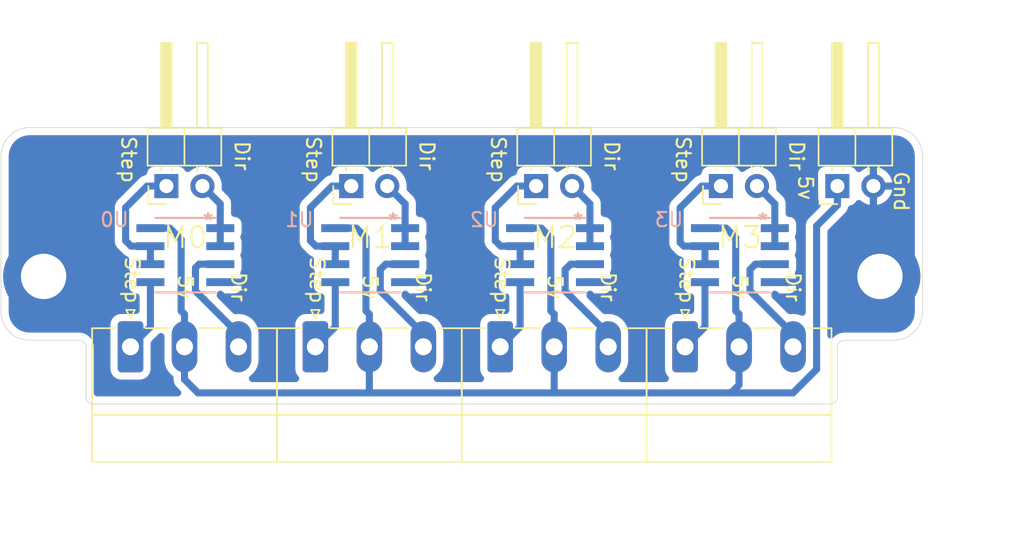
<source format=kicad_pcb>
(kicad_pcb (version 20171130) (host pcbnew "(5.1.5)-3")

  (general
    (thickness 1.6)
    (drawings 51)
    (tracks 97)
    (zones 0)
    (modules 15)
    (nets 19)
  )

  (page A4)
  (layers
    (0 F.Cu signal hide)
    (31 B.Cu signal)
    (32 B.Adhes user hide)
    (33 F.Adhes user hide)
    (34 B.Paste user hide)
    (35 F.Paste user hide)
    (36 B.SilkS user hide)
    (37 F.SilkS user)
    (38 B.Mask user hide)
    (39 F.Mask user hide)
    (40 Dwgs.User user hide)
    (41 Cmts.User user hide)
    (42 Eco1.User user hide)
    (43 Eco2.User user)
    (44 Edge.Cuts user)
    (45 Margin user hide)
    (46 B.CrtYd user hide)
    (47 F.CrtYd user hide)
    (48 B.Fab user hide)
    (49 F.Fab user hide)
  )

  (setup
    (last_trace_width 0.5)
    (trace_clearance 0.51)
    (zone_clearance 0.51)
    (zone_45_only no)
    (trace_min 0.2)
    (via_size 1.5)
    (via_drill 0.8)
    (via_min_size 0.4)
    (via_min_drill 0.3)
    (uvia_size 0.25)
    (uvia_drill 0.1)
    (uvias_allowed no)
    (uvia_min_size 0.2)
    (uvia_min_drill 0.1)
    (edge_width 0.05)
    (segment_width 0.2)
    (pcb_text_width 0.3)
    (pcb_text_size 1.5 1.5)
    (mod_edge_width 0.12)
    (mod_text_size 1 1)
    (mod_text_width 0.15)
    (pad_size 3.2 3.2)
    (pad_drill 3.2)
    (pad_to_mask_clearance 0.051)
    (solder_mask_min_width 0.25)
    (aux_axis_origin 120 126.5)
    (visible_elements 7FFFF77F)
    (pcbplotparams
      (layerselection 0x010f0_ffffffff)
      (usegerberextensions false)
      (usegerberattributes false)
      (usegerberadvancedattributes false)
      (creategerberjobfile false)
      (excludeedgelayer true)
      (linewidth 0.100000)
      (plotframeref false)
      (viasonmask false)
      (mode 1)
      (useauxorigin false)
      (hpglpennumber 1)
      (hpglpenspeed 20)
      (hpglpendiameter 15.000000)
      (psnegative false)
      (psa4output false)
      (plotreference true)
      (plotvalue true)
      (plotinvisibletext false)
      (padsonsilk false)
      (subtractmaskfromsilk false)
      (outputformat 4)
      (mirror false)
      (drillshape 0)
      (scaleselection 1)
      (outputdirectory "outputs/"))
  )

  (net 0 "")
  (net 1 5v)
  (net 2 GND)
  (net 3 "Net-(SDI1-Pad1)")
  (net 4 "Net-(SDI1-Pad2)")
  (net 5 "Net-(SDI0-Pad2)")
  (net 6 "Net-(SDI0-Pad1)")
  (net 7 "Net-(SDI2-Pad2)")
  (net 8 "Net-(SDI2-Pad1)")
  (net 9 "Net-(SDI3-Pad2)")
  (net 10 "Net-(SDI3-Pad1)")
  (net 11 "Net-(SD0-Pad3)")
  (net 12 "Net-(SD1-Pad3)")
  (net 13 "Net-(SD2-Pad3)")
  (net 14 "Net-(SD3-Pad3)")
  (net 15 "Net-(SD0-Pad1)")
  (net 16 "Net-(SD1-Pad1)")
  (net 17 "Net-(SD2-Pad1)")
  (net 18 "Net-(SD3-Pad1)")

  (net_class Default "This is the default net class."
    (clearance 0.51)
    (trace_width 0.5)
    (via_dia 1.5)
    (via_drill 0.8)
    (uvia_dia 0.25)
    (uvia_drill 0.1)
    (add_net 5v)
    (add_net GND)
    (add_net "Net-(SD0-Pad1)")
    (add_net "Net-(SD0-Pad3)")
    (add_net "Net-(SD1-Pad1)")
    (add_net "Net-(SD1-Pad3)")
    (add_net "Net-(SD2-Pad1)")
    (add_net "Net-(SD2-Pad3)")
    (add_net "Net-(SD3-Pad1)")
    (add_net "Net-(SD3-Pad3)")
    (add_net "Net-(SDI0-Pad1)")
    (add_net "Net-(SDI0-Pad2)")
    (add_net "Net-(SDI1-Pad1)")
    (add_net "Net-(SDI1-Pad2)")
    (add_net "Net-(SDI2-Pad1)")
    (add_net "Net-(SDI2-Pad2)")
    (add_net "Net-(SDI3-Pad1)")
    (add_net "Net-(SDI3-Pad2)")
  )

  (module Connector_PinHeader_2.54mm:PinHeader_1x02_P2.54mm_Horizontal (layer F.Cu) (tedit 59FED5CB) (tstamp 5E67ECA8)
    (at 170.783846 111.123964 90)
    (descr "Through hole angled pin header, 1x02, 2.54mm pitch, 6mm pin length, single row")
    (tags "Through hole angled pin header THT 1x02 2.54mm single row")
    (path /5E2BEE96/5E2B6828)
    (fp_text reference SDI3 (at -2.876036 1.216154 180) (layer F.SilkS) hide
      (effects (font (size 1 1) (thickness 0.15)))
    )
    (fp_text value Conn_01x02 (at 4.385 4.81 90) (layer F.Fab)
      (effects (font (size 1 1) (thickness 0.15)))
    )
    (fp_text user %R (at 2.77 1.27) (layer F.Fab)
      (effects (font (size 1 1) (thickness 0.15)))
    )
    (fp_line (start 10.55 -1.8) (end -1.8 -1.8) (layer F.CrtYd) (width 0.05))
    (fp_line (start 10.55 4.35) (end 10.55 -1.8) (layer F.CrtYd) (width 0.05))
    (fp_line (start -1.8 4.35) (end 10.55 4.35) (layer F.CrtYd) (width 0.05))
    (fp_line (start -1.8 -1.8) (end -1.8 4.35) (layer F.CrtYd) (width 0.05))
    (fp_line (start -1.27 -1.27) (end 0 -1.27) (layer F.SilkS) (width 0.12))
    (fp_line (start -1.27 0) (end -1.27 -1.27) (layer F.SilkS) (width 0.12))
    (fp_line (start 1.042929 2.92) (end 1.44 2.92) (layer F.SilkS) (width 0.12))
    (fp_line (start 1.042929 2.16) (end 1.44 2.16) (layer F.SilkS) (width 0.12))
    (fp_line (start 10.1 2.92) (end 4.1 2.92) (layer F.SilkS) (width 0.12))
    (fp_line (start 10.1 2.16) (end 10.1 2.92) (layer F.SilkS) (width 0.12))
    (fp_line (start 4.1 2.16) (end 10.1 2.16) (layer F.SilkS) (width 0.12))
    (fp_line (start 1.44 1.27) (end 4.1 1.27) (layer F.SilkS) (width 0.12))
    (fp_line (start 1.11 0.38) (end 1.44 0.38) (layer F.SilkS) (width 0.12))
    (fp_line (start 1.11 -0.38) (end 1.44 -0.38) (layer F.SilkS) (width 0.12))
    (fp_line (start 4.1 0.28) (end 10.1 0.28) (layer F.SilkS) (width 0.12))
    (fp_line (start 4.1 0.16) (end 10.1 0.16) (layer F.SilkS) (width 0.12))
    (fp_line (start 4.1 0.04) (end 10.1 0.04) (layer F.SilkS) (width 0.12))
    (fp_line (start 4.1 -0.08) (end 10.1 -0.08) (layer F.SilkS) (width 0.12))
    (fp_line (start 4.1 -0.2) (end 10.1 -0.2) (layer F.SilkS) (width 0.12))
    (fp_line (start 4.1 -0.32) (end 10.1 -0.32) (layer F.SilkS) (width 0.12))
    (fp_line (start 10.1 0.38) (end 4.1 0.38) (layer F.SilkS) (width 0.12))
    (fp_line (start 10.1 -0.38) (end 10.1 0.38) (layer F.SilkS) (width 0.12))
    (fp_line (start 4.1 -0.38) (end 10.1 -0.38) (layer F.SilkS) (width 0.12))
    (fp_line (start 4.1 -1.33) (end 1.44 -1.33) (layer F.SilkS) (width 0.12))
    (fp_line (start 4.1 3.87) (end 4.1 -1.33) (layer F.SilkS) (width 0.12))
    (fp_line (start 1.44 3.87) (end 4.1 3.87) (layer F.SilkS) (width 0.12))
    (fp_line (start 1.44 -1.33) (end 1.44 3.87) (layer F.SilkS) (width 0.12))
    (fp_line (start 4.04 2.86) (end 10.04 2.86) (layer F.Fab) (width 0.1))
    (fp_line (start 10.04 2.22) (end 10.04 2.86) (layer F.Fab) (width 0.1))
    (fp_line (start 4.04 2.22) (end 10.04 2.22) (layer F.Fab) (width 0.1))
    (fp_line (start -0.32 2.86) (end 1.5 2.86) (layer F.Fab) (width 0.1))
    (fp_line (start -0.32 2.22) (end -0.32 2.86) (layer F.Fab) (width 0.1))
    (fp_line (start -0.32 2.22) (end 1.5 2.22) (layer F.Fab) (width 0.1))
    (fp_line (start 4.04 0.32) (end 10.04 0.32) (layer F.Fab) (width 0.1))
    (fp_line (start 10.04 -0.32) (end 10.04 0.32) (layer F.Fab) (width 0.1))
    (fp_line (start 4.04 -0.32) (end 10.04 -0.32) (layer F.Fab) (width 0.1))
    (fp_line (start -0.32 0.32) (end 1.5 0.32) (layer F.Fab) (width 0.1))
    (fp_line (start -0.32 -0.32) (end -0.32 0.32) (layer F.Fab) (width 0.1))
    (fp_line (start -0.32 -0.32) (end 1.5 -0.32) (layer F.Fab) (width 0.1))
    (fp_line (start 1.5 -0.635) (end 2.135 -1.27) (layer F.Fab) (width 0.1))
    (fp_line (start 1.5 3.81) (end 1.5 -0.635) (layer F.Fab) (width 0.1))
    (fp_line (start 4.04 3.81) (end 1.5 3.81) (layer F.Fab) (width 0.1))
    (fp_line (start 4.04 -1.27) (end 4.04 3.81) (layer F.Fab) (width 0.1))
    (fp_line (start 2.135 -1.27) (end 4.04 -1.27) (layer F.Fab) (width 0.1))
    (pad 2 thru_hole oval (at 0 2.54 90) (size 1.7 1.7) (drill 1) (layers *.Cu *.Mask)
      (net 9 "Net-(SDI3-Pad2)"))
    (pad 1 thru_hole rect (at 0 0 90) (size 1.7 1.7) (drill 1) (layers *.Cu *.Mask)
      (net 10 "Net-(SDI3-Pad1)"))
    (model ${KISYS3DMOD}/Connector_PinHeader_2.54mm.3dshapes/PinHeader_1x02_P2.54mm_Horizontal.wrl
      (at (xyz 0 0 0))
      (scale (xyz 1 1 1))
      (rotate (xyz 0 0 0))
    )
  )

  (module Connector_PinHeader_2.54mm:PinHeader_1x02_P2.54mm_Horizontal (layer F.Cu) (tedit 59FED5CB) (tstamp 5E67EC8B)
    (at 157.743846 111.123964 90)
    (descr "Through hole angled pin header, 1x02, 2.54mm pitch, 6mm pin length, single row")
    (tags "Through hole angled pin header THT 1x02 2.54mm single row")
    (path /5E2BEDEA/5E2B6828)
    (fp_text reference SDI2 (at -2.876036 1.256154 180) (layer F.SilkS) hide
      (effects (font (size 1 1) (thickness 0.15)))
    )
    (fp_text value Conn_01x02 (at 4.385 4.81 90) (layer F.Fab)
      (effects (font (size 1 1) (thickness 0.15)))
    )
    (fp_text user %R (at 2.77 1.27) (layer F.Fab)
      (effects (font (size 1 1) (thickness 0.15)))
    )
    (fp_line (start 10.55 -1.8) (end -1.8 -1.8) (layer F.CrtYd) (width 0.05))
    (fp_line (start 10.55 4.35) (end 10.55 -1.8) (layer F.CrtYd) (width 0.05))
    (fp_line (start -1.8 4.35) (end 10.55 4.35) (layer F.CrtYd) (width 0.05))
    (fp_line (start -1.8 -1.8) (end -1.8 4.35) (layer F.CrtYd) (width 0.05))
    (fp_line (start -1.27 -1.27) (end 0 -1.27) (layer F.SilkS) (width 0.12))
    (fp_line (start -1.27 0) (end -1.27 -1.27) (layer F.SilkS) (width 0.12))
    (fp_line (start 1.042929 2.92) (end 1.44 2.92) (layer F.SilkS) (width 0.12))
    (fp_line (start 1.042929 2.16) (end 1.44 2.16) (layer F.SilkS) (width 0.12))
    (fp_line (start 10.1 2.92) (end 4.1 2.92) (layer F.SilkS) (width 0.12))
    (fp_line (start 10.1 2.16) (end 10.1 2.92) (layer F.SilkS) (width 0.12))
    (fp_line (start 4.1 2.16) (end 10.1 2.16) (layer F.SilkS) (width 0.12))
    (fp_line (start 1.44 1.27) (end 4.1 1.27) (layer F.SilkS) (width 0.12))
    (fp_line (start 1.11 0.38) (end 1.44 0.38) (layer F.SilkS) (width 0.12))
    (fp_line (start 1.11 -0.38) (end 1.44 -0.38) (layer F.SilkS) (width 0.12))
    (fp_line (start 4.1 0.28) (end 10.1 0.28) (layer F.SilkS) (width 0.12))
    (fp_line (start 4.1 0.16) (end 10.1 0.16) (layer F.SilkS) (width 0.12))
    (fp_line (start 4.1 0.04) (end 10.1 0.04) (layer F.SilkS) (width 0.12))
    (fp_line (start 4.1 -0.08) (end 10.1 -0.08) (layer F.SilkS) (width 0.12))
    (fp_line (start 4.1 -0.2) (end 10.1 -0.2) (layer F.SilkS) (width 0.12))
    (fp_line (start 4.1 -0.32) (end 10.1 -0.32) (layer F.SilkS) (width 0.12))
    (fp_line (start 10.1 0.38) (end 4.1 0.38) (layer F.SilkS) (width 0.12))
    (fp_line (start 10.1 -0.38) (end 10.1 0.38) (layer F.SilkS) (width 0.12))
    (fp_line (start 4.1 -0.38) (end 10.1 -0.38) (layer F.SilkS) (width 0.12))
    (fp_line (start 4.1 -1.33) (end 1.44 -1.33) (layer F.SilkS) (width 0.12))
    (fp_line (start 4.1 3.87) (end 4.1 -1.33) (layer F.SilkS) (width 0.12))
    (fp_line (start 1.44 3.87) (end 4.1 3.87) (layer F.SilkS) (width 0.12))
    (fp_line (start 1.44 -1.33) (end 1.44 3.87) (layer F.SilkS) (width 0.12))
    (fp_line (start 4.04 2.86) (end 10.04 2.86) (layer F.Fab) (width 0.1))
    (fp_line (start 10.04 2.22) (end 10.04 2.86) (layer F.Fab) (width 0.1))
    (fp_line (start 4.04 2.22) (end 10.04 2.22) (layer F.Fab) (width 0.1))
    (fp_line (start -0.32 2.86) (end 1.5 2.86) (layer F.Fab) (width 0.1))
    (fp_line (start -0.32 2.22) (end -0.32 2.86) (layer F.Fab) (width 0.1))
    (fp_line (start -0.32 2.22) (end 1.5 2.22) (layer F.Fab) (width 0.1))
    (fp_line (start 4.04 0.32) (end 10.04 0.32) (layer F.Fab) (width 0.1))
    (fp_line (start 10.04 -0.32) (end 10.04 0.32) (layer F.Fab) (width 0.1))
    (fp_line (start 4.04 -0.32) (end 10.04 -0.32) (layer F.Fab) (width 0.1))
    (fp_line (start -0.32 0.32) (end 1.5 0.32) (layer F.Fab) (width 0.1))
    (fp_line (start -0.32 -0.32) (end -0.32 0.32) (layer F.Fab) (width 0.1))
    (fp_line (start -0.32 -0.32) (end 1.5 -0.32) (layer F.Fab) (width 0.1))
    (fp_line (start 1.5 -0.635) (end 2.135 -1.27) (layer F.Fab) (width 0.1))
    (fp_line (start 1.5 3.81) (end 1.5 -0.635) (layer F.Fab) (width 0.1))
    (fp_line (start 4.04 3.81) (end 1.5 3.81) (layer F.Fab) (width 0.1))
    (fp_line (start 4.04 -1.27) (end 4.04 3.81) (layer F.Fab) (width 0.1))
    (fp_line (start 2.135 -1.27) (end 4.04 -1.27) (layer F.Fab) (width 0.1))
    (pad 2 thru_hole oval (at 0 2.54 90) (size 1.7 1.7) (drill 1) (layers *.Cu *.Mask)
      (net 7 "Net-(SDI2-Pad2)"))
    (pad 1 thru_hole rect (at 0 0 90) (size 1.7 1.7) (drill 1) (layers *.Cu *.Mask)
      (net 8 "Net-(SDI2-Pad1)"))
    (model ${KISYS3DMOD}/Connector_PinHeader_2.54mm.3dshapes/PinHeader_1x02_P2.54mm_Horizontal.wrl
      (at (xyz 0 0 0))
      (scale (xyz 1 1 1))
      (rotate (xyz 0 0 0))
    )
  )

  (module Connector_PinHeader_2.54mm:PinHeader_1x02_P2.54mm_Horizontal (layer F.Cu) (tedit 59FED5CB) (tstamp 5E67EC6E)
    (at 144.703846 111.123964 90)
    (descr "Through hole angled pin header, 1x02, 2.54mm pitch, 6mm pin length, single row")
    (tags "Through hole angled pin header THT 1x02 2.54mm single row")
    (path /5E2BED6F/5E2B6828)
    (fp_text reference SDI1 (at -2.876036 1.296154 180) (layer F.SilkS) hide
      (effects (font (size 1 1) (thickness 0.15)))
    )
    (fp_text value Conn_01x02 (at 4.385 4.81 90) (layer F.Fab)
      (effects (font (size 1 1) (thickness 0.15)))
    )
    (fp_text user %R (at 2.77 1.27) (layer F.Fab)
      (effects (font (size 1 1) (thickness 0.15)))
    )
    (fp_line (start 10.55 -1.8) (end -1.8 -1.8) (layer F.CrtYd) (width 0.05))
    (fp_line (start 10.55 4.35) (end 10.55 -1.8) (layer F.CrtYd) (width 0.05))
    (fp_line (start -1.8 4.35) (end 10.55 4.35) (layer F.CrtYd) (width 0.05))
    (fp_line (start -1.8 -1.8) (end -1.8 4.35) (layer F.CrtYd) (width 0.05))
    (fp_line (start -1.27 -1.27) (end 0 -1.27) (layer F.SilkS) (width 0.12))
    (fp_line (start -1.27 0) (end -1.27 -1.27) (layer F.SilkS) (width 0.12))
    (fp_line (start 1.042929 2.92) (end 1.44 2.92) (layer F.SilkS) (width 0.12))
    (fp_line (start 1.042929 2.16) (end 1.44 2.16) (layer F.SilkS) (width 0.12))
    (fp_line (start 10.1 2.92) (end 4.1 2.92) (layer F.SilkS) (width 0.12))
    (fp_line (start 10.1 2.16) (end 10.1 2.92) (layer F.SilkS) (width 0.12))
    (fp_line (start 4.1 2.16) (end 10.1 2.16) (layer F.SilkS) (width 0.12))
    (fp_line (start 1.44 1.27) (end 4.1 1.27) (layer F.SilkS) (width 0.12))
    (fp_line (start 1.11 0.38) (end 1.44 0.38) (layer F.SilkS) (width 0.12))
    (fp_line (start 1.11 -0.38) (end 1.44 -0.38) (layer F.SilkS) (width 0.12))
    (fp_line (start 4.1 0.28) (end 10.1 0.28) (layer F.SilkS) (width 0.12))
    (fp_line (start 4.1 0.16) (end 10.1 0.16) (layer F.SilkS) (width 0.12))
    (fp_line (start 4.1 0.04) (end 10.1 0.04) (layer F.SilkS) (width 0.12))
    (fp_line (start 4.1 -0.08) (end 10.1 -0.08) (layer F.SilkS) (width 0.12))
    (fp_line (start 4.1 -0.2) (end 10.1 -0.2) (layer F.SilkS) (width 0.12))
    (fp_line (start 4.1 -0.32) (end 10.1 -0.32) (layer F.SilkS) (width 0.12))
    (fp_line (start 10.1 0.38) (end 4.1 0.38) (layer F.SilkS) (width 0.12))
    (fp_line (start 10.1 -0.38) (end 10.1 0.38) (layer F.SilkS) (width 0.12))
    (fp_line (start 4.1 -0.38) (end 10.1 -0.38) (layer F.SilkS) (width 0.12))
    (fp_line (start 4.1 -1.33) (end 1.44 -1.33) (layer F.SilkS) (width 0.12))
    (fp_line (start 4.1 3.87) (end 4.1 -1.33) (layer F.SilkS) (width 0.12))
    (fp_line (start 1.44 3.87) (end 4.1 3.87) (layer F.SilkS) (width 0.12))
    (fp_line (start 1.44 -1.33) (end 1.44 3.87) (layer F.SilkS) (width 0.12))
    (fp_line (start 4.04 2.86) (end 10.04 2.86) (layer F.Fab) (width 0.1))
    (fp_line (start 10.04 2.22) (end 10.04 2.86) (layer F.Fab) (width 0.1))
    (fp_line (start 4.04 2.22) (end 10.04 2.22) (layer F.Fab) (width 0.1))
    (fp_line (start -0.32 2.86) (end 1.5 2.86) (layer F.Fab) (width 0.1))
    (fp_line (start -0.32 2.22) (end -0.32 2.86) (layer F.Fab) (width 0.1))
    (fp_line (start -0.32 2.22) (end 1.5 2.22) (layer F.Fab) (width 0.1))
    (fp_line (start 4.04 0.32) (end 10.04 0.32) (layer F.Fab) (width 0.1))
    (fp_line (start 10.04 -0.32) (end 10.04 0.32) (layer F.Fab) (width 0.1))
    (fp_line (start 4.04 -0.32) (end 10.04 -0.32) (layer F.Fab) (width 0.1))
    (fp_line (start -0.32 0.32) (end 1.5 0.32) (layer F.Fab) (width 0.1))
    (fp_line (start -0.32 -0.32) (end -0.32 0.32) (layer F.Fab) (width 0.1))
    (fp_line (start -0.32 -0.32) (end 1.5 -0.32) (layer F.Fab) (width 0.1))
    (fp_line (start 1.5 -0.635) (end 2.135 -1.27) (layer F.Fab) (width 0.1))
    (fp_line (start 1.5 3.81) (end 1.5 -0.635) (layer F.Fab) (width 0.1))
    (fp_line (start 4.04 3.81) (end 1.5 3.81) (layer F.Fab) (width 0.1))
    (fp_line (start 4.04 -1.27) (end 4.04 3.81) (layer F.Fab) (width 0.1))
    (fp_line (start 2.135 -1.27) (end 4.04 -1.27) (layer F.Fab) (width 0.1))
    (pad 2 thru_hole oval (at 0 2.54 90) (size 1.7 1.7) (drill 1) (layers *.Cu *.Mask)
      (net 4 "Net-(SDI1-Pad2)"))
    (pad 1 thru_hole rect (at 0 0 90) (size 1.7 1.7) (drill 1) (layers *.Cu *.Mask)
      (net 3 "Net-(SDI1-Pad1)"))
    (model ${KISYS3DMOD}/Connector_PinHeader_2.54mm.3dshapes/PinHeader_1x02_P2.54mm_Horizontal.wrl
      (at (xyz 0 0 0))
      (scale (xyz 1 1 1))
      (rotate (xyz 0 0 0))
    )
  )

  (module Connector_PinHeader_2.54mm:PinHeader_1x02_P2.54mm_Horizontal (layer F.Cu) (tedit 59FED5CB) (tstamp 5E685E4C)
    (at 131.663846 111.123964 90)
    (descr "Through hole angled pin header, 1x02, 2.54mm pitch, 6mm pin length, single row")
    (tags "Through hole angled pin header THT 1x02 2.54mm single row")
    (path /5E29E27E/5E2B6828)
    (fp_text reference SDI0 (at -2.876036 1.336154 180) (layer F.SilkS) hide
      (effects (font (size 1 1) (thickness 0.15)))
    )
    (fp_text value Conn_01x02 (at 4.385 4.81 90) (layer F.Fab)
      (effects (font (size 1 1) (thickness 0.15)))
    )
    (fp_text user %R (at 2.77 1.27) (layer F.Fab)
      (effects (font (size 1 1) (thickness 0.15)))
    )
    (fp_line (start 10.55 -1.8) (end -1.8 -1.8) (layer F.CrtYd) (width 0.05))
    (fp_line (start 10.55 4.35) (end 10.55 -1.8) (layer F.CrtYd) (width 0.05))
    (fp_line (start -1.8 4.35) (end 10.55 4.35) (layer F.CrtYd) (width 0.05))
    (fp_line (start -1.8 -1.8) (end -1.8 4.35) (layer F.CrtYd) (width 0.05))
    (fp_line (start -1.27 -1.27) (end 0 -1.27) (layer F.SilkS) (width 0.12))
    (fp_line (start -1.27 0) (end -1.27 -1.27) (layer F.SilkS) (width 0.12))
    (fp_line (start 1.042929 2.92) (end 1.44 2.92) (layer F.SilkS) (width 0.12))
    (fp_line (start 1.042929 2.16) (end 1.44 2.16) (layer F.SilkS) (width 0.12))
    (fp_line (start 10.1 2.92) (end 4.1 2.92) (layer F.SilkS) (width 0.12))
    (fp_line (start 10.1 2.16) (end 10.1 2.92) (layer F.SilkS) (width 0.12))
    (fp_line (start 4.1 2.16) (end 10.1 2.16) (layer F.SilkS) (width 0.12))
    (fp_line (start 1.44 1.27) (end 4.1 1.27) (layer F.SilkS) (width 0.12))
    (fp_line (start 1.11 0.38) (end 1.44 0.38) (layer F.SilkS) (width 0.12))
    (fp_line (start 1.11 -0.38) (end 1.44 -0.38) (layer F.SilkS) (width 0.12))
    (fp_line (start 4.1 0.28) (end 10.1 0.28) (layer F.SilkS) (width 0.12))
    (fp_line (start 4.1 0.16) (end 10.1 0.16) (layer F.SilkS) (width 0.12))
    (fp_line (start 4.1 0.04) (end 10.1 0.04) (layer F.SilkS) (width 0.12))
    (fp_line (start 4.1 -0.08) (end 10.1 -0.08) (layer F.SilkS) (width 0.12))
    (fp_line (start 4.1 -0.2) (end 10.1 -0.2) (layer F.SilkS) (width 0.12))
    (fp_line (start 4.1 -0.32) (end 10.1 -0.32) (layer F.SilkS) (width 0.12))
    (fp_line (start 10.1 0.38) (end 4.1 0.38) (layer F.SilkS) (width 0.12))
    (fp_line (start 10.1 -0.38) (end 10.1 0.38) (layer F.SilkS) (width 0.12))
    (fp_line (start 4.1 -0.38) (end 10.1 -0.38) (layer F.SilkS) (width 0.12))
    (fp_line (start 4.1 -1.33) (end 1.44 -1.33) (layer F.SilkS) (width 0.12))
    (fp_line (start 4.1 3.87) (end 4.1 -1.33) (layer F.SilkS) (width 0.12))
    (fp_line (start 1.44 3.87) (end 4.1 3.87) (layer F.SilkS) (width 0.12))
    (fp_line (start 1.44 -1.33) (end 1.44 3.87) (layer F.SilkS) (width 0.12))
    (fp_line (start 4.04 2.86) (end 10.04 2.86) (layer F.Fab) (width 0.1))
    (fp_line (start 10.04 2.22) (end 10.04 2.86) (layer F.Fab) (width 0.1))
    (fp_line (start 4.04 2.22) (end 10.04 2.22) (layer F.Fab) (width 0.1))
    (fp_line (start -0.32 2.86) (end 1.5 2.86) (layer F.Fab) (width 0.1))
    (fp_line (start -0.32 2.22) (end -0.32 2.86) (layer F.Fab) (width 0.1))
    (fp_line (start -0.32 2.22) (end 1.5 2.22) (layer F.Fab) (width 0.1))
    (fp_line (start 4.04 0.32) (end 10.04 0.32) (layer F.Fab) (width 0.1))
    (fp_line (start 10.04 -0.32) (end 10.04 0.32) (layer F.Fab) (width 0.1))
    (fp_line (start 4.04 -0.32) (end 10.04 -0.32) (layer F.Fab) (width 0.1))
    (fp_line (start -0.32 0.32) (end 1.5 0.32) (layer F.Fab) (width 0.1))
    (fp_line (start -0.32 -0.32) (end -0.32 0.32) (layer F.Fab) (width 0.1))
    (fp_line (start -0.32 -0.32) (end 1.5 -0.32) (layer F.Fab) (width 0.1))
    (fp_line (start 1.5 -0.635) (end 2.135 -1.27) (layer F.Fab) (width 0.1))
    (fp_line (start 1.5 3.81) (end 1.5 -0.635) (layer F.Fab) (width 0.1))
    (fp_line (start 4.04 3.81) (end 1.5 3.81) (layer F.Fab) (width 0.1))
    (fp_line (start 4.04 -1.27) (end 4.04 3.81) (layer F.Fab) (width 0.1))
    (fp_line (start 2.135 -1.27) (end 4.04 -1.27) (layer F.Fab) (width 0.1))
    (pad 2 thru_hole oval (at 0 2.54 90) (size 1.7 1.7) (drill 1) (layers *.Cu *.Mask)
      (net 5 "Net-(SDI0-Pad2)"))
    (pad 1 thru_hole rect (at 0 0 90) (size 1.7 1.7) (drill 1) (layers *.Cu *.Mask)
      (net 6 "Net-(SDI0-Pad1)"))
    (model ${KISYS3DMOD}/Connector_PinHeader_2.54mm.3dshapes/PinHeader_1x02_P2.54mm_Horizontal.wrl
      (at (xyz 0 0 0))
      (scale (xyz 1 1 1))
      (rotate (xyz 0 0 0))
    )
  )

  (module Connector_PinHeader_2.54mm:PinHeader_1x02_P2.54mm_Horizontal (layer F.Cu) (tedit 59FED5CB) (tstamp 5E67EB9C)
    (at 179 111.123964 90)
    (descr "Through hole angled pin header, 1x02, 2.54mm pitch, 6mm pin length, single row")
    (tags "Through hole angled pin header THT 1x02 2.54mm single row")
    (path /5E611C9B)
    (fp_text reference J0 (at -2.876036 -1 180) (layer F.SilkS) hide
      (effects (font (size 1 1) (thickness 0.15)))
    )
    (fp_text value Conn_01x02 (at 4.385 4.81 90) (layer F.Fab)
      (effects (font (size 1 1) (thickness 0.15)))
    )
    (fp_text user %R (at 2.77 1.27) (layer F.Fab)
      (effects (font (size 1 1) (thickness 0.15)))
    )
    (fp_line (start 10.55 -1.8) (end -1.8 -1.8) (layer F.CrtYd) (width 0.05))
    (fp_line (start 10.55 4.35) (end 10.55 -1.8) (layer F.CrtYd) (width 0.05))
    (fp_line (start -1.8 4.35) (end 10.55 4.35) (layer F.CrtYd) (width 0.05))
    (fp_line (start -1.8 -1.8) (end -1.8 4.35) (layer F.CrtYd) (width 0.05))
    (fp_line (start -1.27 -1.27) (end 0 -1.27) (layer F.SilkS) (width 0.12))
    (fp_line (start -1.27 0) (end -1.27 -1.27) (layer F.SilkS) (width 0.12))
    (fp_line (start 1.042929 2.92) (end 1.44 2.92) (layer F.SilkS) (width 0.12))
    (fp_line (start 1.042929 2.16) (end 1.44 2.16) (layer F.SilkS) (width 0.12))
    (fp_line (start 10.1 2.92) (end 4.1 2.92) (layer F.SilkS) (width 0.12))
    (fp_line (start 10.1 2.16) (end 10.1 2.92) (layer F.SilkS) (width 0.12))
    (fp_line (start 4.1 2.16) (end 10.1 2.16) (layer F.SilkS) (width 0.12))
    (fp_line (start 1.44 1.27) (end 4.1 1.27) (layer F.SilkS) (width 0.12))
    (fp_line (start 1.11 0.38) (end 1.44 0.38) (layer F.SilkS) (width 0.12))
    (fp_line (start 1.11 -0.38) (end 1.44 -0.38) (layer F.SilkS) (width 0.12))
    (fp_line (start 4.1 0.28) (end 10.1 0.28) (layer F.SilkS) (width 0.12))
    (fp_line (start 4.1 0.16) (end 10.1 0.16) (layer F.SilkS) (width 0.12))
    (fp_line (start 4.1 0.04) (end 10.1 0.04) (layer F.SilkS) (width 0.12))
    (fp_line (start 4.1 -0.08) (end 10.1 -0.08) (layer F.SilkS) (width 0.12))
    (fp_line (start 4.1 -0.2) (end 10.1 -0.2) (layer F.SilkS) (width 0.12))
    (fp_line (start 4.1 -0.32) (end 10.1 -0.32) (layer F.SilkS) (width 0.12))
    (fp_line (start 10.1 0.38) (end 4.1 0.38) (layer F.SilkS) (width 0.12))
    (fp_line (start 10.1 -0.38) (end 10.1 0.38) (layer F.SilkS) (width 0.12))
    (fp_line (start 4.1 -0.38) (end 10.1 -0.38) (layer F.SilkS) (width 0.12))
    (fp_line (start 4.1 -1.33) (end 1.44 -1.33) (layer F.SilkS) (width 0.12))
    (fp_line (start 4.1 3.87) (end 4.1 -1.33) (layer F.SilkS) (width 0.12))
    (fp_line (start 1.44 3.87) (end 4.1 3.87) (layer F.SilkS) (width 0.12))
    (fp_line (start 1.44 -1.33) (end 1.44 3.87) (layer F.SilkS) (width 0.12))
    (fp_line (start 4.04 2.86) (end 10.04 2.86) (layer F.Fab) (width 0.1))
    (fp_line (start 10.04 2.22) (end 10.04 2.86) (layer F.Fab) (width 0.1))
    (fp_line (start 4.04 2.22) (end 10.04 2.22) (layer F.Fab) (width 0.1))
    (fp_line (start -0.32 2.86) (end 1.5 2.86) (layer F.Fab) (width 0.1))
    (fp_line (start -0.32 2.22) (end -0.32 2.86) (layer F.Fab) (width 0.1))
    (fp_line (start -0.32 2.22) (end 1.5 2.22) (layer F.Fab) (width 0.1))
    (fp_line (start 4.04 0.32) (end 10.04 0.32) (layer F.Fab) (width 0.1))
    (fp_line (start 10.04 -0.32) (end 10.04 0.32) (layer F.Fab) (width 0.1))
    (fp_line (start 4.04 -0.32) (end 10.04 -0.32) (layer F.Fab) (width 0.1))
    (fp_line (start -0.32 0.32) (end 1.5 0.32) (layer F.Fab) (width 0.1))
    (fp_line (start -0.32 -0.32) (end -0.32 0.32) (layer F.Fab) (width 0.1))
    (fp_line (start -0.32 -0.32) (end 1.5 -0.32) (layer F.Fab) (width 0.1))
    (fp_line (start 1.5 -0.635) (end 2.135 -1.27) (layer F.Fab) (width 0.1))
    (fp_line (start 1.5 3.81) (end 1.5 -0.635) (layer F.Fab) (width 0.1))
    (fp_line (start 4.04 3.81) (end 1.5 3.81) (layer F.Fab) (width 0.1))
    (fp_line (start 4.04 -1.27) (end 4.04 3.81) (layer F.Fab) (width 0.1))
    (fp_line (start 2.135 -1.27) (end 4.04 -1.27) (layer F.Fab) (width 0.1))
    (pad 2 thru_hole oval (at 0 2.54 90) (size 1.7 1.7) (drill 1) (layers *.Cu *.Mask)
      (net 2 GND))
    (pad 1 thru_hole rect (at 0 0 90) (size 1.7 1.7) (drill 1) (layers *.Cu *.Mask)
      (net 1 5v))
    (model ${KISYS3DMOD}/Connector_PinHeader_2.54mm.3dshapes/PinHeader_1x02_P2.54mm_Horizontal.wrl
      (at (xyz 0 0 0))
      (scale (xyz 1 1 1))
      (rotate (xyz 0 0 0))
    )
  )

  (module Connector_Phoenix_MC:PhoenixContact_MC_1,5_3-G-3.81_1x03_P3.81mm_Horizontal (layer F.Cu) (tedit 5B784ED1) (tstamp 5E6800D6)
    (at 168.251055 122.463347)
    (descr "Generic Phoenix Contact connector footprint for: MC_1,5/3-G-3.81; number of pins: 03; pin pitch: 3.81mm; Angled || order number: 1803280 8A 160V")
    (tags "phoenix_contact connector MC_01x03_G_3.81mm")
    (path /5E2BEE96/5E6799B7)
    (fp_text reference SD3 (at 3.81 -3) (layer F.SilkS) hide
      (effects (font (size 1 1) (thickness 0.15)))
    )
    (fp_text value Conn_01x03 (at 3.81 9.2) (layer F.Fab)
      (effects (font (size 1 1) (thickness 0.15)))
    )
    (fp_text user %R (at 3.81 -0.5) (layer F.Fab)
      (effects (font (size 1 1) (thickness 0.15)))
    )
    (fp_line (start 0 0) (end -0.8 -1.2) (layer F.Fab) (width 0.1))
    (fp_line (start 0.8 -1.2) (end 0 0) (layer F.Fab) (width 0.1))
    (fp_line (start -0.3 -2.6) (end 0.3 -2.6) (layer F.SilkS) (width 0.12))
    (fp_line (start 0 -2) (end -0.3 -2.6) (layer F.SilkS) (width 0.12))
    (fp_line (start 0.3 -2.6) (end 0 -2) (layer F.SilkS) (width 0.12))
    (fp_line (start 10.72 -2.3) (end -3.21 -2.3) (layer F.CrtYd) (width 0.05))
    (fp_line (start 10.72 8.5) (end 10.72 -2.3) (layer F.CrtYd) (width 0.05))
    (fp_line (start -3.21 8.5) (end 10.72 8.5) (layer F.CrtYd) (width 0.05))
    (fp_line (start -3.21 -2.3) (end -3.21 8.5) (layer F.CrtYd) (width 0.05))
    (fp_line (start -2.71 4.8) (end 10.33 4.8) (layer F.SilkS) (width 0.12))
    (fp_line (start 10.22 -1.2) (end -2.6 -1.2) (layer F.Fab) (width 0.1))
    (fp_line (start 10.22 8) (end 10.22 -1.2) (layer F.Fab) (width 0.1))
    (fp_line (start -2.6 8) (end 10.22 8) (layer F.Fab) (width 0.1))
    (fp_line (start -2.6 -1.2) (end -2.6 8) (layer F.Fab) (width 0.1))
    (fp_line (start 4.86 -1.31) (end 6.57 -1.31) (layer F.SilkS) (width 0.12))
    (fp_line (start 1.05 -1.31) (end 2.76 -1.31) (layer F.SilkS) (width 0.12))
    (fp_line (start 10.33 -1.31) (end 8.67 -1.31) (layer F.SilkS) (width 0.12))
    (fp_line (start -2.71 -1.31) (end -1.05 -1.31) (layer F.SilkS) (width 0.12))
    (fp_line (start 10.33 8.11) (end 10.33 -1.31) (layer F.SilkS) (width 0.12))
    (fp_line (start -2.71 8.11) (end 10.33 8.11) (layer F.SilkS) (width 0.12))
    (fp_line (start -2.71 -1.31) (end -2.71 8.11) (layer F.SilkS) (width 0.12))
    (pad 3 thru_hole oval (at 7.62 0) (size 1.8 3.6) (drill 1.2) (layers *.Cu *.Mask)
      (net 14 "Net-(SD3-Pad3)"))
    (pad 2 thru_hole oval (at 3.81 0) (size 1.8 3.6) (drill 1.2) (layers *.Cu *.Mask)
      (net 1 5v))
    (pad 1 thru_hole roundrect (at 0 0) (size 1.8 3.6) (drill 1.2) (layers *.Cu *.Mask) (roundrect_rratio 0.138889)
      (net 18 "Net-(SD3-Pad1)"))
    (model ${KISYS3DMOD}/Connector_Phoenix_MC.3dshapes/PhoenixContact_MC_1,5_3-G-3.81_1x03_P3.81mm_Horizontal.wrl
      (at (xyz 0 0 0))
      (scale (xyz 1 1 1))
      (rotate (xyz 0 0 0))
    )
  )

  (module Connector_Phoenix_MC:PhoenixContact_MC_1,5_3-G-3.81_1x03_P3.81mm_Horizontal (layer F.Cu) (tedit 5B784ED1) (tstamp 5E68012A)
    (at 155.211055 122.463347)
    (descr "Generic Phoenix Contact connector footprint for: MC_1,5/3-G-3.81; number of pins: 03; pin pitch: 3.81mm; Angled || order number: 1803280 8A 160V")
    (tags "phoenix_contact connector MC_01x03_G_3.81mm")
    (path /5E2BEDEA/5E6799B7)
    (fp_text reference SD2 (at 3.81 -3) (layer F.SilkS) hide
      (effects (font (size 1 1) (thickness 0.15)))
    )
    (fp_text value Conn_01x03 (at 3.81 9.2) (layer F.Fab)
      (effects (font (size 1 1) (thickness 0.15)))
    )
    (fp_text user %R (at 3.81 -0.5) (layer F.Fab)
      (effects (font (size 1 1) (thickness 0.15)))
    )
    (fp_line (start 0 0) (end -0.8 -1.2) (layer F.Fab) (width 0.1))
    (fp_line (start 0.8 -1.2) (end 0 0) (layer F.Fab) (width 0.1))
    (fp_line (start -0.3 -2.6) (end 0.3 -2.6) (layer F.SilkS) (width 0.12))
    (fp_line (start 0 -2) (end -0.3 -2.6) (layer F.SilkS) (width 0.12))
    (fp_line (start 0.3 -2.6) (end 0 -2) (layer F.SilkS) (width 0.12))
    (fp_line (start 10.72 -2.3) (end -3.21 -2.3) (layer F.CrtYd) (width 0.05))
    (fp_line (start 10.72 8.5) (end 10.72 -2.3) (layer F.CrtYd) (width 0.05))
    (fp_line (start -3.21 8.5) (end 10.72 8.5) (layer F.CrtYd) (width 0.05))
    (fp_line (start -3.21 -2.3) (end -3.21 8.5) (layer F.CrtYd) (width 0.05))
    (fp_line (start -2.71 4.8) (end 10.33 4.8) (layer F.SilkS) (width 0.12))
    (fp_line (start 10.22 -1.2) (end -2.6 -1.2) (layer F.Fab) (width 0.1))
    (fp_line (start 10.22 8) (end 10.22 -1.2) (layer F.Fab) (width 0.1))
    (fp_line (start -2.6 8) (end 10.22 8) (layer F.Fab) (width 0.1))
    (fp_line (start -2.6 -1.2) (end -2.6 8) (layer F.Fab) (width 0.1))
    (fp_line (start 4.86 -1.31) (end 6.57 -1.31) (layer F.SilkS) (width 0.12))
    (fp_line (start 1.05 -1.31) (end 2.76 -1.31) (layer F.SilkS) (width 0.12))
    (fp_line (start 10.33 -1.31) (end 8.67 -1.31) (layer F.SilkS) (width 0.12))
    (fp_line (start -2.71 -1.31) (end -1.05 -1.31) (layer F.SilkS) (width 0.12))
    (fp_line (start 10.33 8.11) (end 10.33 -1.31) (layer F.SilkS) (width 0.12))
    (fp_line (start -2.71 8.11) (end 10.33 8.11) (layer F.SilkS) (width 0.12))
    (fp_line (start -2.71 -1.31) (end -2.71 8.11) (layer F.SilkS) (width 0.12))
    (pad 3 thru_hole oval (at 7.62 0) (size 1.8 3.6) (drill 1.2) (layers *.Cu *.Mask)
      (net 13 "Net-(SD2-Pad3)"))
    (pad 2 thru_hole oval (at 3.81 0) (size 1.8 3.6) (drill 1.2) (layers *.Cu *.Mask)
      (net 1 5v))
    (pad 1 thru_hole roundrect (at 0 0) (size 1.8 3.6) (drill 1.2) (layers *.Cu *.Mask) (roundrect_rratio 0.138889)
      (net 17 "Net-(SD2-Pad1)"))
    (model ${KISYS3DMOD}/Connector_Phoenix_MC.3dshapes/PhoenixContact_MC_1,5_3-G-3.81_1x03_P3.81mm_Horizontal.wrl
      (at (xyz 0 0 0))
      (scale (xyz 1 1 1))
      (rotate (xyz 0 0 0))
    )
  )

  (module Connector_Phoenix_MC:PhoenixContact_MC_1,5_3-G-3.81_1x03_P3.81mm_Horizontal (layer F.Cu) (tedit 5B784ED1) (tstamp 5E68017E)
    (at 142.171055 122.463347)
    (descr "Generic Phoenix Contact connector footprint for: MC_1,5/3-G-3.81; number of pins: 03; pin pitch: 3.81mm; Angled || order number: 1803280 8A 160V")
    (tags "phoenix_contact connector MC_01x03_G_3.81mm")
    (path /5E2BED6F/5E6799B7)
    (fp_text reference SD1 (at 3.81 -3) (layer F.SilkS) hide
      (effects (font (size 1 1) (thickness 0.15)))
    )
    (fp_text value Conn_01x03 (at 3.81 9.2) (layer F.Fab)
      (effects (font (size 1 1) (thickness 0.15)))
    )
    (fp_text user %R (at 3.81 -0.5) (layer F.Fab)
      (effects (font (size 1 1) (thickness 0.15)))
    )
    (fp_line (start 0 0) (end -0.8 -1.2) (layer F.Fab) (width 0.1))
    (fp_line (start 0.8 -1.2) (end 0 0) (layer F.Fab) (width 0.1))
    (fp_line (start -0.3 -2.6) (end 0.3 -2.6) (layer F.SilkS) (width 0.12))
    (fp_line (start 0 -2) (end -0.3 -2.6) (layer F.SilkS) (width 0.12))
    (fp_line (start 0.3 -2.6) (end 0 -2) (layer F.SilkS) (width 0.12))
    (fp_line (start 10.72 -2.3) (end -3.21 -2.3) (layer F.CrtYd) (width 0.05))
    (fp_line (start 10.72 8.5) (end 10.72 -2.3) (layer F.CrtYd) (width 0.05))
    (fp_line (start -3.21 8.5) (end 10.72 8.5) (layer F.CrtYd) (width 0.05))
    (fp_line (start -3.21 -2.3) (end -3.21 8.5) (layer F.CrtYd) (width 0.05))
    (fp_line (start -2.71 4.8) (end 10.33 4.8) (layer F.SilkS) (width 0.12))
    (fp_line (start 10.22 -1.2) (end -2.6 -1.2) (layer F.Fab) (width 0.1))
    (fp_line (start 10.22 8) (end 10.22 -1.2) (layer F.Fab) (width 0.1))
    (fp_line (start -2.6 8) (end 10.22 8) (layer F.Fab) (width 0.1))
    (fp_line (start -2.6 -1.2) (end -2.6 8) (layer F.Fab) (width 0.1))
    (fp_line (start 4.86 -1.31) (end 6.57 -1.31) (layer F.SilkS) (width 0.12))
    (fp_line (start 1.05 -1.31) (end 2.76 -1.31) (layer F.SilkS) (width 0.12))
    (fp_line (start 10.33 -1.31) (end 8.67 -1.31) (layer F.SilkS) (width 0.12))
    (fp_line (start -2.71 -1.31) (end -1.05 -1.31) (layer F.SilkS) (width 0.12))
    (fp_line (start 10.33 8.11) (end 10.33 -1.31) (layer F.SilkS) (width 0.12))
    (fp_line (start -2.71 8.11) (end 10.33 8.11) (layer F.SilkS) (width 0.12))
    (fp_line (start -2.71 -1.31) (end -2.71 8.11) (layer F.SilkS) (width 0.12))
    (pad 3 thru_hole oval (at 7.62 0) (size 1.8 3.6) (drill 1.2) (layers *.Cu *.Mask)
      (net 12 "Net-(SD1-Pad3)"))
    (pad 2 thru_hole oval (at 3.81 0) (size 1.8 3.6) (drill 1.2) (layers *.Cu *.Mask)
      (net 1 5v))
    (pad 1 thru_hole roundrect (at 0 0) (size 1.8 3.6) (drill 1.2) (layers *.Cu *.Mask) (roundrect_rratio 0.138889)
      (net 16 "Net-(SD1-Pad1)"))
    (model ${KISYS3DMOD}/Connector_Phoenix_MC.3dshapes/PhoenixContact_MC_1,5_3-G-3.81_1x03_P3.81mm_Horizontal.wrl
      (at (xyz 0 0 0))
      (scale (xyz 1 1 1))
      (rotate (xyz 0 0 0))
    )
  )

  (module Connector_Phoenix_MC:PhoenixContact_MC_1,5_3-G-3.81_1x03_P3.81mm_Horizontal (layer F.Cu) (tedit 5B784ED1) (tstamp 5E680082)
    (at 129.131055 122.463347)
    (descr "Generic Phoenix Contact connector footprint for: MC_1,5/3-G-3.81; number of pins: 03; pin pitch: 3.81mm; Angled || order number: 1803280 8A 160V")
    (tags "phoenix_contact connector MC_01x03_G_3.81mm")
    (path /5E29E27E/5E6799B7)
    (fp_text reference SD0 (at 3.868945 -6.463347) (layer F.SilkS) hide
      (effects (font (size 1 1) (thickness 0.15)))
    )
    (fp_text value Conn_01x03 (at 3.81 9.2) (layer F.Fab)
      (effects (font (size 1 1) (thickness 0.15)))
    )
    (fp_text user %R (at 3.81 -0.5) (layer F.Fab)
      (effects (font (size 1 1) (thickness 0.15)))
    )
    (fp_line (start 0 0) (end -0.8 -1.2) (layer F.Fab) (width 0.1))
    (fp_line (start 0.8 -1.2) (end 0 0) (layer F.Fab) (width 0.1))
    (fp_line (start -0.3 -2.6) (end 0.3 -2.6) (layer F.SilkS) (width 0.12))
    (fp_line (start 0 -2) (end -0.3 -2.6) (layer F.SilkS) (width 0.12))
    (fp_line (start 0.3 -2.6) (end 0 -2) (layer F.SilkS) (width 0.12))
    (fp_line (start 10.72 -2.3) (end -3.21 -2.3) (layer F.CrtYd) (width 0.05))
    (fp_line (start 10.72 8.5) (end 10.72 -2.3) (layer F.CrtYd) (width 0.05))
    (fp_line (start -3.21 8.5) (end 10.72 8.5) (layer F.CrtYd) (width 0.05))
    (fp_line (start -3.21 -2.3) (end -3.21 8.5) (layer F.CrtYd) (width 0.05))
    (fp_line (start -2.71 4.8) (end 10.33 4.8) (layer F.SilkS) (width 0.12))
    (fp_line (start 10.22 -1.2) (end -2.6 -1.2) (layer F.Fab) (width 0.1))
    (fp_line (start 10.22 8) (end 10.22 -1.2) (layer F.Fab) (width 0.1))
    (fp_line (start -2.6 8) (end 10.22 8) (layer F.Fab) (width 0.1))
    (fp_line (start -2.6 -1.2) (end -2.6 8) (layer F.Fab) (width 0.1))
    (fp_line (start 4.86 -1.31) (end 6.57 -1.31) (layer F.SilkS) (width 0.12))
    (fp_line (start 1.05 -1.31) (end 2.76 -1.31) (layer F.SilkS) (width 0.12))
    (fp_line (start 10.33 -1.31) (end 8.67 -1.31) (layer F.SilkS) (width 0.12))
    (fp_line (start -2.71 -1.31) (end -1.05 -1.31) (layer F.SilkS) (width 0.12))
    (fp_line (start 10.33 8.11) (end 10.33 -1.31) (layer F.SilkS) (width 0.12))
    (fp_line (start -2.71 8.11) (end 10.33 8.11) (layer F.SilkS) (width 0.12))
    (fp_line (start -2.71 -1.31) (end -2.71 8.11) (layer F.SilkS) (width 0.12))
    (pad 3 thru_hole oval (at 7.62 0) (size 1.8 3.6) (drill 1.2) (layers *.Cu *.Mask)
      (net 11 "Net-(SD0-Pad3)"))
    (pad 2 thru_hole oval (at 3.81 0) (size 1.8 3.6) (drill 1.2) (layers *.Cu *.Mask)
      (net 1 5v))
    (pad 1 thru_hole roundrect (at 0 0) (size 1.8 3.6) (drill 1.2) (layers *.Cu *.Mask) (roundrect_rratio 0.138889)
      (net 15 "Net-(SD0-Pad1)"))
    (model ${KISYS3DMOD}/Connector_Phoenix_MC.3dshapes/PhoenixContact_MC_1,5_3-G-3.81_1x03_P3.81mm_Horizontal.wrl
      (at (xyz 0 0 0))
      (scale (xyz 1 1 1))
      (rotate (xyz 0 0 0))
    )
  )

  (module footprints:SN75451BDR (layer B.Cu) (tedit 5E67B5E3) (tstamp 5E67EDC8)
    (at 172.12 116 180)
    (path /5E2BEE96/5E613244)
    (fp_text reference U3 (at 5 2.5) (layer B.SilkS)
      (effects (font (size 1 1) (thickness 0.15)) (justify mirror))
    )
    (fp_text value SN75451BDR (at 0 0) (layer B.SilkS) hide
      (effects (font (size 1 1) (thickness 0.15)) (justify mirror))
    )
    (fp_arc (start 0 2.5019) (end 0.3048 2.5019) (angle -180) (layer B.Fab) (width 0.1524))
    (fp_line (start -2.2479 -2.5908) (end -3.7084 -2.5908) (layer B.CrtYd) (width 0.1524))
    (fp_line (start -2.2479 -2.7559) (end -2.2479 -2.5908) (layer B.CrtYd) (width 0.1524))
    (fp_line (start 2.2479 -2.7559) (end -2.2479 -2.7559) (layer B.CrtYd) (width 0.1524))
    (fp_line (start 2.2479 -2.5908) (end 2.2479 -2.7559) (layer B.CrtYd) (width 0.1524))
    (fp_line (start 3.7084 -2.5908) (end 2.2479 -2.5908) (layer B.CrtYd) (width 0.1524))
    (fp_line (start 3.7084 2.5908) (end 3.7084 -2.5908) (layer B.CrtYd) (width 0.1524))
    (fp_line (start 2.2479 2.5908) (end 3.7084 2.5908) (layer B.CrtYd) (width 0.1524))
    (fp_line (start 2.2479 2.7559) (end 2.2479 2.5908) (layer B.CrtYd) (width 0.1524))
    (fp_line (start -2.2479 2.7559) (end 2.2479 2.7559) (layer B.CrtYd) (width 0.1524))
    (fp_line (start -2.2479 2.5908) (end -2.2479 2.7559) (layer B.CrtYd) (width 0.1524))
    (fp_line (start -3.7084 2.5908) (end -2.2479 2.5908) (layer B.CrtYd) (width 0.1524))
    (fp_line (start -3.7084 -2.5908) (end -3.7084 2.5908) (layer B.CrtYd) (width 0.1524))
    (fp_line (start -1.9939 2.5019) (end -1.9939 -2.5019) (layer B.Fab) (width 0.1524))
    (fp_line (start 1.9939 2.5019) (end -1.9939 2.5019) (layer B.Fab) (width 0.1524))
    (fp_line (start 1.9939 -2.5019) (end 1.9939 2.5019) (layer B.Fab) (width 0.1524))
    (fp_line (start -1.9939 -2.5019) (end 1.9939 -2.5019) (layer B.Fab) (width 0.1524))
    (fp_line (start 2.1209 2.6289) (end -2.1209 2.6289) (layer B.SilkS) (width 0.1524))
    (fp_line (start -2.1209 -2.6289) (end 2.1209 -2.6289) (layer B.SilkS) (width 0.1524))
    (fp_line (start 3.0988 2.159) (end 1.9939 2.159) (layer B.Fab) (width 0.1524))
    (fp_line (start 3.0988 1.651) (end 3.0988 2.159) (layer B.Fab) (width 0.1524))
    (fp_line (start 1.9939 1.651) (end 3.0988 1.651) (layer B.Fab) (width 0.1524))
    (fp_line (start 1.9939 2.159) (end 1.9939 1.651) (layer B.Fab) (width 0.1524))
    (fp_line (start 3.0988 0.889) (end 1.9939 0.889) (layer B.Fab) (width 0.1524))
    (fp_line (start 3.0988 0.381) (end 3.0988 0.889) (layer B.Fab) (width 0.1524))
    (fp_line (start 1.9939 0.381) (end 3.0988 0.381) (layer B.Fab) (width 0.1524))
    (fp_line (start 1.9939 0.889) (end 1.9939 0.381) (layer B.Fab) (width 0.1524))
    (fp_line (start 3.0988 -0.381) (end 1.9939 -0.381) (layer B.Fab) (width 0.1524))
    (fp_line (start 3.0988 -0.889) (end 3.0988 -0.381) (layer B.Fab) (width 0.1524))
    (fp_line (start 1.9939 -0.889) (end 3.0988 -0.889) (layer B.Fab) (width 0.1524))
    (fp_line (start 1.9939 -0.381) (end 1.9939 -0.889) (layer B.Fab) (width 0.1524))
    (fp_line (start 3.0988 -1.651) (end 1.9939 -1.651) (layer B.Fab) (width 0.1524))
    (fp_line (start 3.0988 -2.159) (end 3.0988 -1.651) (layer B.Fab) (width 0.1524))
    (fp_line (start 1.9939 -2.159) (end 3.0988 -2.159) (layer B.Fab) (width 0.1524))
    (fp_line (start 1.9939 -1.651) (end 1.9939 -2.159) (layer B.Fab) (width 0.1524))
    (fp_line (start -3.0988 -2.159) (end -1.9939 -2.159) (layer B.Fab) (width 0.1524))
    (fp_line (start -3.0988 -1.651) (end -3.0988 -2.159) (layer B.Fab) (width 0.1524))
    (fp_line (start -1.9939 -1.651) (end -3.0988 -1.651) (layer B.Fab) (width 0.1524))
    (fp_line (start -1.9939 -2.159) (end -1.9939 -1.651) (layer B.Fab) (width 0.1524))
    (fp_line (start -3.0988 -0.889) (end -1.9939 -0.889) (layer B.Fab) (width 0.1524))
    (fp_line (start -3.0988 -0.381) (end -3.0988 -0.889) (layer B.Fab) (width 0.1524))
    (fp_line (start -1.9939 -0.381) (end -3.0988 -0.381) (layer B.Fab) (width 0.1524))
    (fp_line (start -1.9939 -0.889) (end -1.9939 -0.381) (layer B.Fab) (width 0.1524))
    (fp_line (start -3.0988 0.381) (end -1.9939 0.381) (layer B.Fab) (width 0.1524))
    (fp_line (start -3.0988 0.889) (end -3.0988 0.381) (layer B.Fab) (width 0.1524))
    (fp_line (start -1.9939 0.889) (end -3.0988 0.889) (layer B.Fab) (width 0.1524))
    (fp_line (start -1.9939 0.381) (end -1.9939 0.889) (layer B.Fab) (width 0.1524))
    (fp_line (start -3.0988 1.651) (end -1.9939 1.651) (layer B.Fab) (width 0.1524))
    (fp_line (start -3.0988 2.159) (end -3.0988 1.651) (layer B.Fab) (width 0.1524))
    (fp_line (start -1.9939 2.159) (end -3.0988 2.159) (layer B.Fab) (width 0.1524))
    (fp_line (start -1.9939 1.651) (end -1.9939 2.159) (layer B.Fab) (width 0.1524))
    (fp_text user * (at -1.6129 2.4257) (layer B.SilkS)
      (effects (font (size 1 1) (thickness 0.15)) (justify mirror))
    )
    (fp_text user * (at -1.6129 2.4257) (layer B.Fab)
      (effects (font (size 1 1) (thickness 0.15)) (justify mirror))
    )
    (fp_text user 0.078in/1.981mm (at -2.4638 -4.9149) (layer Dwgs.User)
      (effects (font (size 1 1) (thickness 0.15)))
    )
    (fp_text user 0.194in/4.928mm (at 0 4.9149) (layer Dwgs.User)
      (effects (font (size 1 1) (thickness 0.15)))
    )
    (fp_text user 0.022in/0.559mm (at 5.5118 1.905) (layer Dwgs.User)
      (effects (font (size 1 1) (thickness 0.15)))
    )
    (fp_text user 0.05in/1.27mm (at -5.5118 1.27) (layer Dwgs.User)
      (effects (font (size 1 1) (thickness 0.15)))
    )
    (fp_text user * (at -1.6129 2.4257) (layer B.Fab)
      (effects (font (size 1 1) (thickness 0.15)) (justify mirror))
    )
    (fp_text user * (at -1.6129 2.4257) (layer B.SilkS)
      (effects (font (size 1 1) (thickness 0.15)) (justify mirror))
    )
    (fp_text user "Copyright 2016 Accelerated Designs. All rights reserved." (at 0 0) (layer Cmts.User)
      (effects (font (size 0.127 0.127) (thickness 0.002)))
    )
    (pad 8 smd rect (at 2.4638 1.905 180) (size 1.9812 0.5588) (layers B.Cu B.Paste B.Mask)
      (net 1 5v))
    (pad 7 smd rect (at 2.4638 0.635 180) (size 1.9812 0.5588) (layers B.Cu B.Paste B.Mask)
      (net 10 "Net-(SDI3-Pad1)"))
    (pad 6 smd rect (at 2.4638 -0.635 180) (size 1.9812 0.5588) (layers B.Cu B.Paste B.Mask)
      (net 10 "Net-(SDI3-Pad1)"))
    (pad 5 smd rect (at 2.4638 -1.905 180) (size 1.9812 0.5588) (layers B.Cu B.Paste B.Mask)
      (net 18 "Net-(SD3-Pad1)"))
    (pad 4 smd rect (at -2.4638 -1.905 180) (size 1.9812 0.5588) (layers B.Cu B.Paste B.Mask)
      (net 2 GND))
    (pad 3 smd rect (at -2.4638 -0.635 180) (size 1.9812 0.5588) (layers B.Cu B.Paste B.Mask)
      (net 14 "Net-(SD3-Pad3)"))
    (pad 2 smd rect (at -2.4638 0.635 180) (size 1.9812 0.5588) (layers B.Cu B.Paste B.Mask)
      (net 9 "Net-(SDI3-Pad2)"))
    (pad 1 smd rect (at -2.4638 1.905 180) (size 1.9812 0.5588) (layers B.Cu B.Paste B.Mask)
      (net 9 "Net-(SDI3-Pad2)"))
    (model ${KIPRJMOD}/footprints/D8-L.step
      (at (xyz 0 0 0))
      (scale (xyz 1 1 1))
      (rotate (xyz 0 0 0))
    )
  )

  (module footprints:SN75451BDR (layer B.Cu) (tedit 5E67B5E3) (tstamp 5E67ED80)
    (at 159.08 116 180)
    (path /5E2BEDEA/5E613244)
    (fp_text reference U2 (at 5 2.5) (layer B.SilkS)
      (effects (font (size 1 1) (thickness 0.15)) (justify mirror))
    )
    (fp_text value SN75451BDR (at 0 0) (layer B.SilkS) hide
      (effects (font (size 1 1) (thickness 0.15)) (justify mirror))
    )
    (fp_arc (start 0 2.5019) (end 0.3048 2.5019) (angle -180) (layer B.Fab) (width 0.1524))
    (fp_line (start -2.2479 -2.5908) (end -3.7084 -2.5908) (layer B.CrtYd) (width 0.1524))
    (fp_line (start -2.2479 -2.7559) (end -2.2479 -2.5908) (layer B.CrtYd) (width 0.1524))
    (fp_line (start 2.2479 -2.7559) (end -2.2479 -2.7559) (layer B.CrtYd) (width 0.1524))
    (fp_line (start 2.2479 -2.5908) (end 2.2479 -2.7559) (layer B.CrtYd) (width 0.1524))
    (fp_line (start 3.7084 -2.5908) (end 2.2479 -2.5908) (layer B.CrtYd) (width 0.1524))
    (fp_line (start 3.7084 2.5908) (end 3.7084 -2.5908) (layer B.CrtYd) (width 0.1524))
    (fp_line (start 2.2479 2.5908) (end 3.7084 2.5908) (layer B.CrtYd) (width 0.1524))
    (fp_line (start 2.2479 2.7559) (end 2.2479 2.5908) (layer B.CrtYd) (width 0.1524))
    (fp_line (start -2.2479 2.7559) (end 2.2479 2.7559) (layer B.CrtYd) (width 0.1524))
    (fp_line (start -2.2479 2.5908) (end -2.2479 2.7559) (layer B.CrtYd) (width 0.1524))
    (fp_line (start -3.7084 2.5908) (end -2.2479 2.5908) (layer B.CrtYd) (width 0.1524))
    (fp_line (start -3.7084 -2.5908) (end -3.7084 2.5908) (layer B.CrtYd) (width 0.1524))
    (fp_line (start -1.9939 2.5019) (end -1.9939 -2.5019) (layer B.Fab) (width 0.1524))
    (fp_line (start 1.9939 2.5019) (end -1.9939 2.5019) (layer B.Fab) (width 0.1524))
    (fp_line (start 1.9939 -2.5019) (end 1.9939 2.5019) (layer B.Fab) (width 0.1524))
    (fp_line (start -1.9939 -2.5019) (end 1.9939 -2.5019) (layer B.Fab) (width 0.1524))
    (fp_line (start 2.1209 2.6289) (end -2.1209 2.6289) (layer B.SilkS) (width 0.1524))
    (fp_line (start -2.1209 -2.6289) (end 2.1209 -2.6289) (layer B.SilkS) (width 0.1524))
    (fp_line (start 3.0988 2.159) (end 1.9939 2.159) (layer B.Fab) (width 0.1524))
    (fp_line (start 3.0988 1.651) (end 3.0988 2.159) (layer B.Fab) (width 0.1524))
    (fp_line (start 1.9939 1.651) (end 3.0988 1.651) (layer B.Fab) (width 0.1524))
    (fp_line (start 1.9939 2.159) (end 1.9939 1.651) (layer B.Fab) (width 0.1524))
    (fp_line (start 3.0988 0.889) (end 1.9939 0.889) (layer B.Fab) (width 0.1524))
    (fp_line (start 3.0988 0.381) (end 3.0988 0.889) (layer B.Fab) (width 0.1524))
    (fp_line (start 1.9939 0.381) (end 3.0988 0.381) (layer B.Fab) (width 0.1524))
    (fp_line (start 1.9939 0.889) (end 1.9939 0.381) (layer B.Fab) (width 0.1524))
    (fp_line (start 3.0988 -0.381) (end 1.9939 -0.381) (layer B.Fab) (width 0.1524))
    (fp_line (start 3.0988 -0.889) (end 3.0988 -0.381) (layer B.Fab) (width 0.1524))
    (fp_line (start 1.9939 -0.889) (end 3.0988 -0.889) (layer B.Fab) (width 0.1524))
    (fp_line (start 1.9939 -0.381) (end 1.9939 -0.889) (layer B.Fab) (width 0.1524))
    (fp_line (start 3.0988 -1.651) (end 1.9939 -1.651) (layer B.Fab) (width 0.1524))
    (fp_line (start 3.0988 -2.159) (end 3.0988 -1.651) (layer B.Fab) (width 0.1524))
    (fp_line (start 1.9939 -2.159) (end 3.0988 -2.159) (layer B.Fab) (width 0.1524))
    (fp_line (start 1.9939 -1.651) (end 1.9939 -2.159) (layer B.Fab) (width 0.1524))
    (fp_line (start -3.0988 -2.159) (end -1.9939 -2.159) (layer B.Fab) (width 0.1524))
    (fp_line (start -3.0988 -1.651) (end -3.0988 -2.159) (layer B.Fab) (width 0.1524))
    (fp_line (start -1.9939 -1.651) (end -3.0988 -1.651) (layer B.Fab) (width 0.1524))
    (fp_line (start -1.9939 -2.159) (end -1.9939 -1.651) (layer B.Fab) (width 0.1524))
    (fp_line (start -3.0988 -0.889) (end -1.9939 -0.889) (layer B.Fab) (width 0.1524))
    (fp_line (start -3.0988 -0.381) (end -3.0988 -0.889) (layer B.Fab) (width 0.1524))
    (fp_line (start -1.9939 -0.381) (end -3.0988 -0.381) (layer B.Fab) (width 0.1524))
    (fp_line (start -1.9939 -0.889) (end -1.9939 -0.381) (layer B.Fab) (width 0.1524))
    (fp_line (start -3.0988 0.381) (end -1.9939 0.381) (layer B.Fab) (width 0.1524))
    (fp_line (start -3.0988 0.889) (end -3.0988 0.381) (layer B.Fab) (width 0.1524))
    (fp_line (start -1.9939 0.889) (end -3.0988 0.889) (layer B.Fab) (width 0.1524))
    (fp_line (start -1.9939 0.381) (end -1.9939 0.889) (layer B.Fab) (width 0.1524))
    (fp_line (start -3.0988 1.651) (end -1.9939 1.651) (layer B.Fab) (width 0.1524))
    (fp_line (start -3.0988 2.159) (end -3.0988 1.651) (layer B.Fab) (width 0.1524))
    (fp_line (start -1.9939 2.159) (end -3.0988 2.159) (layer B.Fab) (width 0.1524))
    (fp_line (start -1.9939 1.651) (end -1.9939 2.159) (layer B.Fab) (width 0.1524))
    (fp_text user * (at -1.6129 2.4257) (layer B.SilkS)
      (effects (font (size 1 1) (thickness 0.15)) (justify mirror))
    )
    (fp_text user * (at -1.6129 2.4257) (layer B.Fab)
      (effects (font (size 1 1) (thickness 0.15)) (justify mirror))
    )
    (fp_text user 0.078in/1.981mm (at -2.4638 -4.9149) (layer Dwgs.User)
      (effects (font (size 1 1) (thickness 0.15)))
    )
    (fp_text user 0.194in/4.928mm (at 0 4.9149) (layer Dwgs.User)
      (effects (font (size 1 1) (thickness 0.15)))
    )
    (fp_text user 0.022in/0.559mm (at 5.5118 1.905) (layer Dwgs.User)
      (effects (font (size 1 1) (thickness 0.15)))
    )
    (fp_text user 0.05in/1.27mm (at -5.5118 1.27) (layer Dwgs.User)
      (effects (font (size 1 1) (thickness 0.15)))
    )
    (fp_text user * (at -1.6129 2.4257) (layer B.Fab)
      (effects (font (size 1 1) (thickness 0.15)) (justify mirror))
    )
    (fp_text user * (at -1.6129 2.4257) (layer B.SilkS)
      (effects (font (size 1 1) (thickness 0.15)) (justify mirror))
    )
    (fp_text user "Copyright 2016 Accelerated Designs. All rights reserved." (at 0 0) (layer Cmts.User)
      (effects (font (size 0.127 0.127) (thickness 0.002)))
    )
    (pad 8 smd rect (at 2.4638 1.905 180) (size 1.9812 0.5588) (layers B.Cu B.Paste B.Mask)
      (net 1 5v))
    (pad 7 smd rect (at 2.4638 0.635 180) (size 1.9812 0.5588) (layers B.Cu B.Paste B.Mask)
      (net 8 "Net-(SDI2-Pad1)"))
    (pad 6 smd rect (at 2.4638 -0.635 180) (size 1.9812 0.5588) (layers B.Cu B.Paste B.Mask)
      (net 8 "Net-(SDI2-Pad1)"))
    (pad 5 smd rect (at 2.4638 -1.905 180) (size 1.9812 0.5588) (layers B.Cu B.Paste B.Mask)
      (net 17 "Net-(SD2-Pad1)"))
    (pad 4 smd rect (at -2.4638 -1.905 180) (size 1.9812 0.5588) (layers B.Cu B.Paste B.Mask)
      (net 2 GND))
    (pad 3 smd rect (at -2.4638 -0.635 180) (size 1.9812 0.5588) (layers B.Cu B.Paste B.Mask)
      (net 13 "Net-(SD2-Pad3)"))
    (pad 2 smd rect (at -2.4638 0.635 180) (size 1.9812 0.5588) (layers B.Cu B.Paste B.Mask)
      (net 7 "Net-(SDI2-Pad2)"))
    (pad 1 smd rect (at -2.4638 1.905 180) (size 1.9812 0.5588) (layers B.Cu B.Paste B.Mask)
      (net 7 "Net-(SDI2-Pad2)"))
    (model ${KIPRJMOD}/footprints/D8-L.step
      (at (xyz 0 0 0))
      (scale (xyz 1 1 1))
      (rotate (xyz 0 0 0))
    )
  )

  (module footprints:SN75451BDR (layer B.Cu) (tedit 5E67B5E3) (tstamp 5E67ED38)
    (at 146.04 116 180)
    (path /5E2BED6F/5E613244)
    (fp_text reference U1 (at 5 2.5) (layer B.SilkS)
      (effects (font (size 1 1) (thickness 0.15)) (justify mirror))
    )
    (fp_text value SN75451BDR (at 0 0) (layer B.SilkS) hide
      (effects (font (size 1 1) (thickness 0.15)) (justify mirror))
    )
    (fp_arc (start 0 2.5019) (end 0.3048 2.5019) (angle -180) (layer B.Fab) (width 0.1524))
    (fp_line (start -2.2479 -2.5908) (end -3.7084 -2.5908) (layer B.CrtYd) (width 0.1524))
    (fp_line (start -2.2479 -2.7559) (end -2.2479 -2.5908) (layer B.CrtYd) (width 0.1524))
    (fp_line (start 2.2479 -2.7559) (end -2.2479 -2.7559) (layer B.CrtYd) (width 0.1524))
    (fp_line (start 2.2479 -2.5908) (end 2.2479 -2.7559) (layer B.CrtYd) (width 0.1524))
    (fp_line (start 3.7084 -2.5908) (end 2.2479 -2.5908) (layer B.CrtYd) (width 0.1524))
    (fp_line (start 3.7084 2.5908) (end 3.7084 -2.5908) (layer B.CrtYd) (width 0.1524))
    (fp_line (start 2.2479 2.5908) (end 3.7084 2.5908) (layer B.CrtYd) (width 0.1524))
    (fp_line (start 2.2479 2.7559) (end 2.2479 2.5908) (layer B.CrtYd) (width 0.1524))
    (fp_line (start -2.2479 2.7559) (end 2.2479 2.7559) (layer B.CrtYd) (width 0.1524))
    (fp_line (start -2.2479 2.5908) (end -2.2479 2.7559) (layer B.CrtYd) (width 0.1524))
    (fp_line (start -3.7084 2.5908) (end -2.2479 2.5908) (layer B.CrtYd) (width 0.1524))
    (fp_line (start -3.7084 -2.5908) (end -3.7084 2.5908) (layer B.CrtYd) (width 0.1524))
    (fp_line (start -1.9939 2.5019) (end -1.9939 -2.5019) (layer B.Fab) (width 0.1524))
    (fp_line (start 1.9939 2.5019) (end -1.9939 2.5019) (layer B.Fab) (width 0.1524))
    (fp_line (start 1.9939 -2.5019) (end 1.9939 2.5019) (layer B.Fab) (width 0.1524))
    (fp_line (start -1.9939 -2.5019) (end 1.9939 -2.5019) (layer B.Fab) (width 0.1524))
    (fp_line (start 2.1209 2.6289) (end -2.1209 2.6289) (layer B.SilkS) (width 0.1524))
    (fp_line (start -2.1209 -2.6289) (end 2.1209 -2.6289) (layer B.SilkS) (width 0.1524))
    (fp_line (start 3.0988 2.159) (end 1.9939 2.159) (layer B.Fab) (width 0.1524))
    (fp_line (start 3.0988 1.651) (end 3.0988 2.159) (layer B.Fab) (width 0.1524))
    (fp_line (start 1.9939 1.651) (end 3.0988 1.651) (layer B.Fab) (width 0.1524))
    (fp_line (start 1.9939 2.159) (end 1.9939 1.651) (layer B.Fab) (width 0.1524))
    (fp_line (start 3.0988 0.889) (end 1.9939 0.889) (layer B.Fab) (width 0.1524))
    (fp_line (start 3.0988 0.381) (end 3.0988 0.889) (layer B.Fab) (width 0.1524))
    (fp_line (start 1.9939 0.381) (end 3.0988 0.381) (layer B.Fab) (width 0.1524))
    (fp_line (start 1.9939 0.889) (end 1.9939 0.381) (layer B.Fab) (width 0.1524))
    (fp_line (start 3.0988 -0.381) (end 1.9939 -0.381) (layer B.Fab) (width 0.1524))
    (fp_line (start 3.0988 -0.889) (end 3.0988 -0.381) (layer B.Fab) (width 0.1524))
    (fp_line (start 1.9939 -0.889) (end 3.0988 -0.889) (layer B.Fab) (width 0.1524))
    (fp_line (start 1.9939 -0.381) (end 1.9939 -0.889) (layer B.Fab) (width 0.1524))
    (fp_line (start 3.0988 -1.651) (end 1.9939 -1.651) (layer B.Fab) (width 0.1524))
    (fp_line (start 3.0988 -2.159) (end 3.0988 -1.651) (layer B.Fab) (width 0.1524))
    (fp_line (start 1.9939 -2.159) (end 3.0988 -2.159) (layer B.Fab) (width 0.1524))
    (fp_line (start 1.9939 -1.651) (end 1.9939 -2.159) (layer B.Fab) (width 0.1524))
    (fp_line (start -3.0988 -2.159) (end -1.9939 -2.159) (layer B.Fab) (width 0.1524))
    (fp_line (start -3.0988 -1.651) (end -3.0988 -2.159) (layer B.Fab) (width 0.1524))
    (fp_line (start -1.9939 -1.651) (end -3.0988 -1.651) (layer B.Fab) (width 0.1524))
    (fp_line (start -1.9939 -2.159) (end -1.9939 -1.651) (layer B.Fab) (width 0.1524))
    (fp_line (start -3.0988 -0.889) (end -1.9939 -0.889) (layer B.Fab) (width 0.1524))
    (fp_line (start -3.0988 -0.381) (end -3.0988 -0.889) (layer B.Fab) (width 0.1524))
    (fp_line (start -1.9939 -0.381) (end -3.0988 -0.381) (layer B.Fab) (width 0.1524))
    (fp_line (start -1.9939 -0.889) (end -1.9939 -0.381) (layer B.Fab) (width 0.1524))
    (fp_line (start -3.0988 0.381) (end -1.9939 0.381) (layer B.Fab) (width 0.1524))
    (fp_line (start -3.0988 0.889) (end -3.0988 0.381) (layer B.Fab) (width 0.1524))
    (fp_line (start -1.9939 0.889) (end -3.0988 0.889) (layer B.Fab) (width 0.1524))
    (fp_line (start -1.9939 0.381) (end -1.9939 0.889) (layer B.Fab) (width 0.1524))
    (fp_line (start -3.0988 1.651) (end -1.9939 1.651) (layer B.Fab) (width 0.1524))
    (fp_line (start -3.0988 2.159) (end -3.0988 1.651) (layer B.Fab) (width 0.1524))
    (fp_line (start -1.9939 2.159) (end -3.0988 2.159) (layer B.Fab) (width 0.1524))
    (fp_line (start -1.9939 1.651) (end -1.9939 2.159) (layer B.Fab) (width 0.1524))
    (fp_text user * (at -1.6129 2.4257) (layer B.SilkS)
      (effects (font (size 1 1) (thickness 0.15)) (justify mirror))
    )
    (fp_text user * (at -1.6129 2.4257) (layer B.Fab)
      (effects (font (size 1 1) (thickness 0.15)) (justify mirror))
    )
    (fp_text user 0.078in/1.981mm (at -2.4638 -4.9149) (layer Dwgs.User)
      (effects (font (size 1 1) (thickness 0.15)))
    )
    (fp_text user 0.194in/4.928mm (at 0 4.9149) (layer Dwgs.User)
      (effects (font (size 1 1) (thickness 0.15)))
    )
    (fp_text user 0.022in/0.559mm (at 5.5118 1.905) (layer Dwgs.User)
      (effects (font (size 1 1) (thickness 0.15)))
    )
    (fp_text user 0.05in/1.27mm (at -5.5118 1.27) (layer Dwgs.User)
      (effects (font (size 1 1) (thickness 0.15)))
    )
    (fp_text user * (at -1.6129 2.4257) (layer B.Fab)
      (effects (font (size 1 1) (thickness 0.15)) (justify mirror))
    )
    (fp_text user * (at -1.6129 2.4257) (layer B.SilkS)
      (effects (font (size 1 1) (thickness 0.15)) (justify mirror))
    )
    (fp_text user "Copyright 2016 Accelerated Designs. All rights reserved." (at 0 0) (layer Cmts.User)
      (effects (font (size 0.127 0.127) (thickness 0.002)))
    )
    (pad 8 smd rect (at 2.4638 1.905 180) (size 1.9812 0.5588) (layers B.Cu B.Paste B.Mask)
      (net 1 5v))
    (pad 7 smd rect (at 2.4638 0.635 180) (size 1.9812 0.5588) (layers B.Cu B.Paste B.Mask)
      (net 3 "Net-(SDI1-Pad1)"))
    (pad 6 smd rect (at 2.4638 -0.635 180) (size 1.9812 0.5588) (layers B.Cu B.Paste B.Mask)
      (net 3 "Net-(SDI1-Pad1)"))
    (pad 5 smd rect (at 2.4638 -1.905 180) (size 1.9812 0.5588) (layers B.Cu B.Paste B.Mask)
      (net 16 "Net-(SD1-Pad1)"))
    (pad 4 smd rect (at -2.4638 -1.905 180) (size 1.9812 0.5588) (layers B.Cu B.Paste B.Mask)
      (net 2 GND))
    (pad 3 smd rect (at -2.4638 -0.635 180) (size 1.9812 0.5588) (layers B.Cu B.Paste B.Mask)
      (net 12 "Net-(SD1-Pad3)"))
    (pad 2 smd rect (at -2.4638 0.635 180) (size 1.9812 0.5588) (layers B.Cu B.Paste B.Mask)
      (net 4 "Net-(SDI1-Pad2)"))
    (pad 1 smd rect (at -2.4638 1.905 180) (size 1.9812 0.5588) (layers B.Cu B.Paste B.Mask)
      (net 4 "Net-(SDI1-Pad2)"))
    (model ${KIPRJMOD}/footprints/D8-L.step
      (at (xyz 0 0 0))
      (scale (xyz 1 1 1))
      (rotate (xyz 0 0 0))
    )
  )

  (module footprints:SN75451BDR (layer B.Cu) (tedit 5E67B5E3) (tstamp 5E67ECF0)
    (at 133 116 180)
    (path /5E29E27E/5E613244)
    (fp_text reference U0 (at 5 2.5) (layer B.SilkS)
      (effects (font (size 1 1) (thickness 0.15)) (justify mirror))
    )
    (fp_text value SN75451BDR (at 0 0) (layer B.SilkS) hide
      (effects (font (size 1 1) (thickness 0.15)) (justify mirror))
    )
    (fp_arc (start 0 2.5019) (end 0.3048 2.5019) (angle -180) (layer B.Fab) (width 0.1524))
    (fp_line (start -2.2479 -2.5908) (end -3.7084 -2.5908) (layer B.CrtYd) (width 0.1524))
    (fp_line (start -2.2479 -2.7559) (end -2.2479 -2.5908) (layer B.CrtYd) (width 0.1524))
    (fp_line (start 2.2479 -2.7559) (end -2.2479 -2.7559) (layer B.CrtYd) (width 0.1524))
    (fp_line (start 2.2479 -2.5908) (end 2.2479 -2.7559) (layer B.CrtYd) (width 0.1524))
    (fp_line (start 3.7084 -2.5908) (end 2.2479 -2.5908) (layer B.CrtYd) (width 0.1524))
    (fp_line (start 3.7084 2.5908) (end 3.7084 -2.5908) (layer B.CrtYd) (width 0.1524))
    (fp_line (start 2.2479 2.5908) (end 3.7084 2.5908) (layer B.CrtYd) (width 0.1524))
    (fp_line (start 2.2479 2.7559) (end 2.2479 2.5908) (layer B.CrtYd) (width 0.1524))
    (fp_line (start -2.2479 2.7559) (end 2.2479 2.7559) (layer B.CrtYd) (width 0.1524))
    (fp_line (start -2.2479 2.5908) (end -2.2479 2.7559) (layer B.CrtYd) (width 0.1524))
    (fp_line (start -3.7084 2.5908) (end -2.2479 2.5908) (layer B.CrtYd) (width 0.1524))
    (fp_line (start -3.7084 -2.5908) (end -3.7084 2.5908) (layer B.CrtYd) (width 0.1524))
    (fp_line (start -1.9939 2.5019) (end -1.9939 -2.5019) (layer B.Fab) (width 0.1524))
    (fp_line (start 1.9939 2.5019) (end -1.9939 2.5019) (layer B.Fab) (width 0.1524))
    (fp_line (start 1.9939 -2.5019) (end 1.9939 2.5019) (layer B.Fab) (width 0.1524))
    (fp_line (start -1.9939 -2.5019) (end 1.9939 -2.5019) (layer B.Fab) (width 0.1524))
    (fp_line (start 2.1209 2.6289) (end -2.1209 2.6289) (layer B.SilkS) (width 0.1524))
    (fp_line (start -2.1209 -2.6289) (end 2.1209 -2.6289) (layer B.SilkS) (width 0.1524))
    (fp_line (start 3.0988 2.159) (end 1.9939 2.159) (layer B.Fab) (width 0.1524))
    (fp_line (start 3.0988 1.651) (end 3.0988 2.159) (layer B.Fab) (width 0.1524))
    (fp_line (start 1.9939 1.651) (end 3.0988 1.651) (layer B.Fab) (width 0.1524))
    (fp_line (start 1.9939 2.159) (end 1.9939 1.651) (layer B.Fab) (width 0.1524))
    (fp_line (start 3.0988 0.889) (end 1.9939 0.889) (layer B.Fab) (width 0.1524))
    (fp_line (start 3.0988 0.381) (end 3.0988 0.889) (layer B.Fab) (width 0.1524))
    (fp_line (start 1.9939 0.381) (end 3.0988 0.381) (layer B.Fab) (width 0.1524))
    (fp_line (start 1.9939 0.889) (end 1.9939 0.381) (layer B.Fab) (width 0.1524))
    (fp_line (start 3.0988 -0.381) (end 1.9939 -0.381) (layer B.Fab) (width 0.1524))
    (fp_line (start 3.0988 -0.889) (end 3.0988 -0.381) (layer B.Fab) (width 0.1524))
    (fp_line (start 1.9939 -0.889) (end 3.0988 -0.889) (layer B.Fab) (width 0.1524))
    (fp_line (start 1.9939 -0.381) (end 1.9939 -0.889) (layer B.Fab) (width 0.1524))
    (fp_line (start 3.0988 -1.651) (end 1.9939 -1.651) (layer B.Fab) (width 0.1524))
    (fp_line (start 3.0988 -2.159) (end 3.0988 -1.651) (layer B.Fab) (width 0.1524))
    (fp_line (start 1.9939 -2.159) (end 3.0988 -2.159) (layer B.Fab) (width 0.1524))
    (fp_line (start 1.9939 -1.651) (end 1.9939 -2.159) (layer B.Fab) (width 0.1524))
    (fp_line (start -3.0988 -2.159) (end -1.9939 -2.159) (layer B.Fab) (width 0.1524))
    (fp_line (start -3.0988 -1.651) (end -3.0988 -2.159) (layer B.Fab) (width 0.1524))
    (fp_line (start -1.9939 -1.651) (end -3.0988 -1.651) (layer B.Fab) (width 0.1524))
    (fp_line (start -1.9939 -2.159) (end -1.9939 -1.651) (layer B.Fab) (width 0.1524))
    (fp_line (start -3.0988 -0.889) (end -1.9939 -0.889) (layer B.Fab) (width 0.1524))
    (fp_line (start -3.0988 -0.381) (end -3.0988 -0.889) (layer B.Fab) (width 0.1524))
    (fp_line (start -1.9939 -0.381) (end -3.0988 -0.381) (layer B.Fab) (width 0.1524))
    (fp_line (start -1.9939 -0.889) (end -1.9939 -0.381) (layer B.Fab) (width 0.1524))
    (fp_line (start -3.0988 0.381) (end -1.9939 0.381) (layer B.Fab) (width 0.1524))
    (fp_line (start -3.0988 0.889) (end -3.0988 0.381) (layer B.Fab) (width 0.1524))
    (fp_line (start -1.9939 0.889) (end -3.0988 0.889) (layer B.Fab) (width 0.1524))
    (fp_line (start -1.9939 0.381) (end -1.9939 0.889) (layer B.Fab) (width 0.1524))
    (fp_line (start -3.0988 1.651) (end -1.9939 1.651) (layer B.Fab) (width 0.1524))
    (fp_line (start -3.0988 2.159) (end -3.0988 1.651) (layer B.Fab) (width 0.1524))
    (fp_line (start -1.9939 2.159) (end -3.0988 2.159) (layer B.Fab) (width 0.1524))
    (fp_line (start -1.9939 1.651) (end -1.9939 2.159) (layer B.Fab) (width 0.1524))
    (fp_text user * (at -1.6129 2.4257) (layer B.SilkS)
      (effects (font (size 1 1) (thickness 0.15)) (justify mirror))
    )
    (fp_text user * (at -1.6129 2.4257) (layer B.Fab)
      (effects (font (size 1 1) (thickness 0.15)) (justify mirror))
    )
    (fp_text user 0.078in/1.981mm (at -2.4638 -4.9149) (layer Dwgs.User)
      (effects (font (size 1 1) (thickness 0.15)))
    )
    (fp_text user 0.194in/4.928mm (at 0 4.9149) (layer Dwgs.User)
      (effects (font (size 1 1) (thickness 0.15)))
    )
    (fp_text user 0.022in/0.559mm (at 5.5118 1.905) (layer Dwgs.User)
      (effects (font (size 1 1) (thickness 0.15)))
    )
    (fp_text user 0.05in/1.27mm (at -5.5118 1.27) (layer Dwgs.User)
      (effects (font (size 1 1) (thickness 0.15)))
    )
    (fp_text user * (at -1.6129 2.4257) (layer B.Fab)
      (effects (font (size 1 1) (thickness 0.15)) (justify mirror))
    )
    (fp_text user * (at -1.6129 2.4257) (layer B.SilkS)
      (effects (font (size 1 1) (thickness 0.15)) (justify mirror))
    )
    (fp_text user "Copyright 2016 Accelerated Designs. All rights reserved." (at 0 0) (layer Cmts.User)
      (effects (font (size 0.127 0.127) (thickness 0.002)))
    )
    (pad 8 smd rect (at 2.4638 1.905 180) (size 1.9812 0.5588) (layers B.Cu B.Paste B.Mask)
      (net 1 5v))
    (pad 7 smd rect (at 2.4638 0.635 180) (size 1.9812 0.5588) (layers B.Cu B.Paste B.Mask)
      (net 6 "Net-(SDI0-Pad1)"))
    (pad 6 smd rect (at 2.4638 -0.635 180) (size 1.9812 0.5588) (layers B.Cu B.Paste B.Mask)
      (net 6 "Net-(SDI0-Pad1)"))
    (pad 5 smd rect (at 2.4638 -1.905 180) (size 1.9812 0.5588) (layers B.Cu B.Paste B.Mask)
      (net 15 "Net-(SD0-Pad1)"))
    (pad 4 smd rect (at -2.4638 -1.905 180) (size 1.9812 0.5588) (layers B.Cu B.Paste B.Mask)
      (net 2 GND))
    (pad 3 smd rect (at -2.4638 -0.635 180) (size 1.9812 0.5588) (layers B.Cu B.Paste B.Mask)
      (net 11 "Net-(SD0-Pad3)"))
    (pad 2 smd rect (at -2.4638 0.635 180) (size 1.9812 0.5588) (layers B.Cu B.Paste B.Mask)
      (net 5 "Net-(SDI0-Pad2)"))
    (pad 1 smd rect (at -2.4638 1.905 180) (size 1.9812 0.5588) (layers B.Cu B.Paste B.Mask)
      (net 5 "Net-(SDI0-Pad2)"))
    (model ${KIPRJMOD}/footprints/D8-L.step
      (at (xyz 0 0 0))
      (scale (xyz 1 1 1))
      (rotate (xyz 0 0 0))
    )
  )

  (module MountingHole:MountingHole_3.2mm_M3_ISO7380_Pad (layer F.Cu) (tedit 5E67AECF) (tstamp 5E67EB7F)
    (at 182 117.5)
    (descr "Mounting Hole 3.2mm, M3, ISO7380")
    (tags "mounting hole 3.2mm m3 iso7380")
    (path /5E499635)
    (zone_connect 2)
    (attr virtual)
    (fp_text reference H1 (at 0 -3.85) (layer F.SilkS) hide
      (effects (font (size 1 1) (thickness 0.15)))
    )
    (fp_text value MountingHole (at 0 3.85) (layer F.Fab)
      (effects (font (size 1 1) (thickness 0.15)))
    )
    (fp_circle (center 0 0) (end 3.1 0) (layer F.CrtYd) (width 0.05))
    (fp_circle (center 0 0) (end 2.85 0) (layer Cmts.User) (width 0.15))
    (fp_text user %R (at 0.3 0) (layer F.Fab)
      (effects (font (size 1 1) (thickness 0.15)))
    )
    (pad 1 thru_hole circle (at 0 0) (size 5.7 5.7) (drill 3.2) (layers *.Cu *.Mask)
      (net 2 GND) (zone_connect 2))
    (model ${KIPRJMOD}/footprints/PCB-MB-01.stp
      (offset (xyz 0 -4.5 0))
      (scale (xyz 1 1 1))
      (rotate (xyz 180 0 0))
    )
  )

  (module MountingHole:MountingHole_3.2mm_M3_ISO7380_Pad (layer F.Cu) (tedit 5E67AECF) (tstamp 5E67EB77)
    (at 123 117.5)
    (descr "Mounting Hole 3.2mm, M3, ISO7380")
    (tags "mounting hole 3.2mm m3 iso7380")
    (path /5E49851B)
    (zone_connect 2)
    (attr virtual)
    (fp_text reference H0 (at 0 -3.85) (layer F.SilkS) hide
      (effects (font (size 1 1) (thickness 0.15)))
    )
    (fp_text value MountingHole (at 0 3.85) (layer F.Fab)
      (effects (font (size 1 1) (thickness 0.15)))
    )
    (fp_circle (center 0 0) (end 3.1 0) (layer F.CrtYd) (width 0.05))
    (fp_circle (center 0 0) (end 2.85 0) (layer Cmts.User) (width 0.15))
    (fp_text user %R (at 0.3 0) (layer F.Fab)
      (effects (font (size 1 1) (thickness 0.15)))
    )
    (pad 1 thru_hole circle (at 0 0) (size 5.7 5.7) (drill 3.2) (layers *.Cu *.Mask)
      (net 2 GND) (zone_connect 2))
    (model ${KIPRJMOD}/footprints/PCB-MB-01.stp
      (offset (xyz 0 -4.5 0))
      (scale (xyz 1 1 1))
      (rotate (xyz 180 0 0))
    )
  )

  (dimension 59 (width 0.15) (layer Eco2.User)
    (gr_text "59.000 mm" (at 152.5 134.55) (layer Eco2.User)
      (effects (font (size 1 1) (thickness 0.15)))
    )
    (feature1 (pts (xy 123 117.5) (xy 123 133.836421)))
    (feature2 (pts (xy 182 117.5) (xy 182 133.836421)))
    (crossbar (pts (xy 182 133.25) (xy 123 133.25)))
    (arrow1a (pts (xy 123 133.25) (xy 124.126504 132.663579)))
    (arrow1b (pts (xy 123 133.25) (xy 124.126504 133.836421)))
    (arrow2a (pts (xy 182 133.25) (xy 180.873496 132.663579)))
    (arrow2b (pts (xy 182 133.25) (xy 180.873496 133.836421)))
  )
  (dimension 19.5 (width 0.15) (layer Eco2.User)
    (gr_text "19.500 mm" (at 190.8 116.75 270) (layer Eco2.User)
      (effects (font (size 1 1) (thickness 0.15)))
    )
    (feature1 (pts (xy 183 126.5) (xy 190.086421 126.5)))
    (feature2 (pts (xy 183 107) (xy 190.086421 107)))
    (crossbar (pts (xy 189.5 107) (xy 189.5 126.5)))
    (arrow1a (pts (xy 189.5 126.5) (xy 188.913579 125.373496)))
    (arrow1b (pts (xy 189.5 126.5) (xy 190.086421 125.373496)))
    (arrow2a (pts (xy 189.5 107) (xy 188.913579 108.126504)))
    (arrow2b (pts (xy 189.5 107) (xy 190.086421 108.126504)))
  )
  (dimension 65 (width 0.15) (layer Eco2.User)
    (gr_text "65.000 mm" (at 152.5 137.8) (layer Eco2.User)
      (effects (font (size 1 1) (thickness 0.15)))
    )
    (feature1 (pts (xy 120 109) (xy 120 137.086421)))
    (feature2 (pts (xy 185 109) (xy 185 137.086421)))
    (crossbar (pts (xy 185 136.5) (xy 120 136.5)))
    (arrow1a (pts (xy 120 136.5) (xy 121.126504 135.913579)))
    (arrow1b (pts (xy 120 136.5) (xy 121.126504 137.086421)))
    (arrow2a (pts (xy 185 136.5) (xy 183.873496 135.913579)))
    (arrow2b (pts (xy 185 136.5) (xy 183.873496 137.086421)))
  )
  (gr_text Gnd (at 183.5 111.5 270) (layer F.SilkS) (tstamp 5E685D4F)
    (effects (font (size 1 1) (thickness 0.15)))
  )
  (gr_text 5v (at 176.75 111.25 270) (layer F.SilkS) (tstamp 5E685D4F)
    (effects (font (size 1 1) (thickness 0.15)))
  )
  (gr_text Dir (at 175.87 118.25 270) (layer F.SilkS) (tstamp 5E686056)
    (effects (font (size 1 1) (thickness 0.15)))
  )
  (gr_text Dir (at 162.83 118.25 270) (layer F.SilkS) (tstamp 5E686054)
    (effects (font (size 1 1) (thickness 0.15)))
  )
  (gr_text Dir (at 149.79 118.25 270) (layer F.SilkS) (tstamp 5E686052)
    (effects (font (size 1 1) (thickness 0.15)))
  )
  (gr_text Step (at 168.37 119.5 270) (layer F.SilkS) (tstamp 5E68604F)
    (effects (font (size 1 1) (thickness 0.15)) (justify right))
  )
  (gr_text Step (at 155.33 119.5 270) (layer F.SilkS) (tstamp 5E68604D)
    (effects (font (size 1 1) (thickness 0.15)) (justify right))
  )
  (gr_text Step (at 142.29 119.5 270) (layer F.SilkS) (tstamp 5E68604B)
    (effects (font (size 1 1) (thickness 0.15)) (justify right))
  )
  (gr_text 5v (at 172.12 118.25 270) (layer F.SilkS) (tstamp 5E686048)
    (effects (font (size 1 1) (thickness 0.15)))
  )
  (gr_text 5v (at 159.08 118.25 270) (layer F.SilkS) (tstamp 5E686046)
    (effects (font (size 1 1) (thickness 0.15)))
  )
  (gr_text 5v (at 146.04 118.25 270) (layer F.SilkS) (tstamp 5E686044)
    (effects (font (size 1 1) (thickness 0.15)))
  )
  (gr_text M3 (at 172.12 114.75) (layer F.SilkS) (tstamp 5E686037)
    (effects (font (size 1.5 1.5) (thickness 0.15)))
  )
  (gr_text M2 (at 159.08 114.75) (layer F.SilkS) (tstamp 5E686035)
    (effects (font (size 1.5 1.5) (thickness 0.15)))
  )
  (gr_text M1 (at 146.04 114.75) (layer F.SilkS) (tstamp 5E686033)
    (effects (font (size 1.5 1.5) (thickness 0.15)))
  )
  (gr_text M0 (at 133 114.75) (layer F.SilkS) (tstamp 5E685D4F)
    (effects (font (size 1.5 1.5) (thickness 0.15)))
  )
  (gr_text 5v (at 133 118.25 270) (layer F.SilkS) (tstamp 5E685D4F)
    (effects (font (size 1 1) (thickness 0.15)))
  )
  (gr_text Dir (at 136.75 118.25 270) (layer F.SilkS) (tstamp 5E685D4F)
    (effects (font (size 1 1) (thickness 0.15)))
  )
  (gr_text Step (at 129.25 119.5 270) (layer F.SilkS) (tstamp 5E685D4B)
    (effects (font (size 1 1) (thickness 0.15)) (justify right))
  )
  (gr_text Step (at 168.12 111 270) (layer F.SilkS) (tstamp 5E685D47)
    (effects (font (size 1 1) (thickness 0.15)) (justify right))
  )
  (gr_text Step (at 155.08 111 270) (layer F.SilkS) (tstamp 5E685D45)
    (effects (font (size 1 1) (thickness 0.15)) (justify right))
  )
  (gr_text Step (at 142.04 111 270) (layer F.SilkS) (tstamp 5E685D43)
    (effects (font (size 1 1) (thickness 0.15)) (justify right))
  )
  (gr_text Dir (at 176.12 109 270) (layer F.SilkS) (tstamp 5E685D40)
    (effects (font (size 1 1) (thickness 0.15)))
  )
  (gr_text Dir (at 163.08 109 270) (layer F.SilkS) (tstamp 5E685D3E)
    (effects (font (size 1 1) (thickness 0.15)))
  )
  (gr_text Dir (at 150.04 109 270) (layer F.SilkS) (tstamp 5E685D3C)
    (effects (font (size 1 1) (thickness 0.15)))
  )
  (gr_text Dir (at 137 109 270) (layer F.SilkS) (tstamp 5E685CFF)
    (effects (font (size 1 1) (thickness 0.15)))
  )
  (gr_text Step (at 129 111 270) (layer F.SilkS)
    (effects (font (size 1 1) (thickness 0.15)) (justify right))
  )
  (dimension 13.04 (width 0.15) (layer Eco1.User)
    (gr_text "13.040 mm" (at 145.981055 135.3) (layer Eco1.User)
      (effects (font (size 1 1) (thickness 0.15)))
    )
    (feature1 (pts (xy 152.501055 130.573347) (xy 152.501055 134.586421)))
    (feature2 (pts (xy 139.461055 130.573347) (xy 139.461055 134.586421)))
    (crossbar (pts (xy 139.461055 134) (xy 152.501055 134)))
    (arrow1a (pts (xy 152.501055 134) (xy 151.374551 134.586421)))
    (arrow1b (pts (xy 152.501055 134) (xy 151.374551 133.413579)))
    (arrow2a (pts (xy 139.461055 134) (xy 140.587559 134.586421)))
    (arrow2b (pts (xy 139.461055 134) (xy 140.587559 133.413579)))
  )
  (gr_arc (start 178.5 126) (end 178.5 126.5) (angle -90) (layer Edge.Cuts) (width 0.05) (tstamp 5E680A0E))
  (gr_arc (start 179.5 122.5) (end 179.5 122) (angle -90) (layer Edge.Cuts) (width 0.05) (tstamp 5E6809F9))
  (gr_line (start 179 122.5) (end 179 126) (layer Edge.Cuts) (width 0.05) (tstamp 5E6809F8))
  (gr_line (start 179.5 122) (end 183 122) (layer Edge.Cuts) (width 0.05) (tstamp 5E6809F7))
  (gr_arc (start 126.5 126) (end 126 126) (angle -90) (layer Edge.Cuts) (width 0.05) (tstamp 5E6809E5))
  (gr_arc (start 125.5 122.5) (end 126 122.5) (angle -90) (layer Edge.Cuts) (width 0.05))
  (gr_line (start 126 122.5) (end 126 126) (layer Edge.Cuts) (width 0.05))
  (gr_line (start 122 122) (end 125.5 122) (layer Edge.Cuts) (width 0.05))
  (dimension 6 (width 0.15) (layer Eco1.User)
    (gr_text "6.000 mm" (at 123 132.3) (layer Eco1.User)
      (effects (font (size 1 1) (thickness 0.15)))
    )
    (feature1 (pts (xy 126 111.5) (xy 126 131.586421)))
    (feature2 (pts (xy 120 111.5) (xy 120 131.586421)))
    (crossbar (pts (xy 120 131) (xy 126 131)))
    (arrow1a (pts (xy 126 131) (xy 124.873496 131.586421)))
    (arrow1b (pts (xy 126 131) (xy 124.873496 130.413579)))
    (arrow2a (pts (xy 120 131) (xy 121.126504 131.586421)))
    (arrow2b (pts (xy 120 131) (xy 121.126504 130.413579)))
  )
  (dimension 3 (width 0.15) (layer Eco1.User)
    (gr_text "3.000 mm" (at 191.8 123.5 270) (layer Eco1.User)
      (effects (font (size 1 1) (thickness 0.15)))
    )
    (feature1 (pts (xy 122 125) (xy 191.086421 125)))
    (feature2 (pts (xy 122 122) (xy 191.086421 122)))
    (crossbar (pts (xy 190.5 122) (xy 190.5 125)))
    (arrow1a (pts (xy 190.5 125) (xy 189.913579 123.873496)))
    (arrow1b (pts (xy 190.5 125) (xy 191.086421 123.873496)))
    (arrow2a (pts (xy 190.5 122) (xy 189.913579 123.126504)))
    (arrow2b (pts (xy 190.5 122) (xy 191.086421 123.126504)))
  )
  (dimension 32.5 (width 0.15) (layer Eco1.User)
    (gr_text "32.500 mm" (at 136.25 128.3) (layer Eco1.User)
      (effects (font (size 1 1) (thickness 0.15)))
    )
    (feature1 (pts (xy 152.5 92) (xy 152.5 127.586421)))
    (feature2 (pts (xy 120 92) (xy 120 127.586421)))
    (crossbar (pts (xy 120 127) (xy 152.5 127)))
    (arrow1a (pts (xy 152.5 127) (xy 151.373496 127.586421)))
    (arrow1b (pts (xy 152.5 127) (xy 151.373496 126.413579)))
    (arrow2a (pts (xy 120 127) (xy 121.126504 127.586421)))
    (arrow2b (pts (xy 120 127) (xy 121.126504 126.413579)))
  )
  (dimension 65 (width 0.15) (layer Eco1.User)
    (gr_text "65.000 mm" (at 152.5 90.7) (layer Eco1.User)
      (effects (font (size 1 1) (thickness 0.15)))
    )
    (feature1 (pts (xy 185 122) (xy 185 91.413579)))
    (feature2 (pts (xy 120 122) (xy 120 91.413579)))
    (crossbar (pts (xy 120 92) (xy 185 92)))
    (arrow1a (pts (xy 185 92) (xy 183.873496 92.586421)))
    (arrow1b (pts (xy 185 92) (xy 183.873496 91.413579)))
    (arrow2a (pts (xy 120 92) (xy 121.126504 92.586421)))
    (arrow2b (pts (xy 120 92) (xy 121.126504 91.413579)))
  )
  (dimension 52.16 (width 0.15) (layer Dwgs.User) (tstamp 5E6801B8)
    (gr_text "52.160 mm" (at 152.496616 127.981322) (layer Dwgs.User) (tstamp 5E681DDE)
      (effects (font (size 1 1) (thickness 0.15)))
    )
    (feature1 (pts (xy 178.576616 123.791323) (xy 178.576616 127.267743)))
    (feature2 (pts (xy 126.416616 123.791323) (xy 126.416616 127.267743)))
    (crossbar (pts (xy 126.416616 126.681322) (xy 178.576616 126.681322)))
    (arrow1a (pts (xy 178.576616 126.681322) (xy 177.450112 127.267743)))
    (arrow1b (pts (xy 178.576616 126.681322) (xy 177.450112 126.094901)))
    (arrow2a (pts (xy 126.416616 126.681322) (xy 127.54312 127.267743)))
    (arrow2b (pts (xy 126.416616 126.681322) (xy 127.54312 126.094901)))
  )
  (gr_arc (start 122 109) (end 122 107) (angle -90) (layer Edge.Cuts) (width 0.05) (tstamp 5E6162F3))
  (gr_arc (start 122 120) (end 120 120) (angle -90) (layer Edge.Cuts) (width 0.05) (tstamp 5E6162F3))
  (gr_arc (start 183 109) (end 185 109) (angle -90) (layer Edge.Cuts) (width 0.05) (tstamp 5E6162F3))
  (gr_arc (start 183 120) (end 183 122) (angle -90) (layer Edge.Cuts) (width 0.05))
  (gr_line (start 122 107) (end 183 107) (layer Edge.Cuts) (width 0.05))
  (gr_line (start 120 120) (end 120 109) (layer Edge.Cuts) (width 0.05))
  (gr_line (start 185 120) (end 185 109) (layer Edge.Cuts) (width 0.05))
  (gr_line (start 126.5 126.5) (end 178.5 126.5) (layer Edge.Cuts) (width 0.05))

  (segment (start 132.941055 120.163347) (end 132.941055 122.463347) (width 0.5) (layer B.Cu) (net 1))
  (segment (start 132.703189 114.893987) (end 132.703189 119.925481) (width 0.5) (layer B.Cu) (net 1))
  (segment (start 131.904202 114.095) (end 132.703189 114.893987) (width 0.5) (layer B.Cu) (net 1))
  (segment (start 132.703189 119.925481) (end 132.941055 120.163347) (width 0.5) (layer B.Cu) (net 1))
  (segment (start 130.5362 114.095) (end 131.904202 114.095) (width 0.5) (layer B.Cu) (net 1))
  (segment (start 132.941055 124.763347) (end 133.892698 125.71499) (width 0.5) (layer B.Cu) (net 1))
  (segment (start 132.941055 122.463347) (end 132.941055 124.763347) (width 0.5) (layer B.Cu) (net 1))
  (segment (start 172.061055 125.153935) (end 172.061055 122.463347) (width 0.5) (layer B.Cu) (net 1))
  (segment (start 171.5 125.71499) (end 172.061055 125.153935) (width 0.5) (layer B.Cu) (net 1))
  (segment (start 159.021055 122.463347) (end 159.021055 125.71499) (width 0.5) (layer B.Cu) (net 1))
  (segment (start 145.981055 122.463347) (end 145.981055 125.71499) (width 0.5) (layer B.Cu) (net 1))
  (segment (start 145.981055 120.163347) (end 145.981055 122.463347) (width 0.5) (layer B.Cu) (net 1))
  (segment (start 145.743189 119.925481) (end 145.981055 120.163347) (width 0.5) (layer B.Cu) (net 1))
  (segment (start 145.0668 114.095) (end 145.743189 114.771389) (width 0.5) (layer B.Cu) (net 1))
  (segment (start 145.743189 114.771389) (end 145.743189 119.925481) (width 0.5) (layer B.Cu) (net 1))
  (segment (start 143.5762 114.095) (end 145.0668 114.095) (width 0.5) (layer B.Cu) (net 1))
  (segment (start 159.021055 120.163347) (end 159.021055 122.463347) (width 0.5) (layer B.Cu) (net 1))
  (segment (start 158.783189 114.771389) (end 158.783189 119.925481) (width 0.5) (layer B.Cu) (net 1))
  (segment (start 158.783189 119.925481) (end 159.021055 120.163347) (width 0.5) (layer B.Cu) (net 1))
  (segment (start 158.1068 114.095) (end 158.783189 114.771389) (width 0.5) (layer B.Cu) (net 1))
  (segment (start 156.6162 114.095) (end 158.1068 114.095) (width 0.5) (layer B.Cu) (net 1))
  (segment (start 172.061055 120.163347) (end 172.061055 122.463347) (width 0.5) (layer B.Cu) (net 1))
  (segment (start 171.823189 119.925481) (end 172.061055 120.163347) (width 0.5) (layer B.Cu) (net 1))
  (segment (start 171.823189 114.771389) (end 171.823189 119.925481) (width 0.5) (layer B.Cu) (net 1))
  (segment (start 171.1468 114.095) (end 171.823189 114.771389) (width 0.5) (layer B.Cu) (net 1))
  (segment (start 169.6562 114.095) (end 171.1468 114.095) (width 0.5) (layer B.Cu) (net 1))
  (segment (start 177.531065 124.050945) (end 175.86702 125.71499) (width 0.5) (layer B.Cu) (net 1))
  (segment (start 177.531065 113.942899) (end 177.531065 124.050945) (width 0.5) (layer B.Cu) (net 1))
  (segment (start 179 112.473964) (end 177.531065 113.942899) (width 0.5) (layer B.Cu) (net 1))
  (segment (start 175.86702 125.71499) (end 171.28501 125.71499) (width 0.5) (layer B.Cu) (net 1))
  (segment (start 179 111.123964) (end 179 112.473964) (width 0.5) (layer B.Cu) (net 1))
  (segment (start 171.28501 125.71499) (end 171.5 125.71499) (width 0.5) (layer B.Cu) (net 1))
  (segment (start 133.892698 125.71499) (end 171.28501 125.71499) (width 0.5) (layer B.Cu) (net 1))
  (segment (start 143.5762 116.635) (end 143.5762 115.365) (width 0.5) (layer B.Cu) (net 3))
  (segment (start 143.353846 111.123964) (end 144.703846 111.123964) (width 0.5) (layer B.Cu) (net 3))
  (segment (start 141.825599 112.652211) (end 143.353846 111.123964) (width 0.5) (layer B.Cu) (net 3))
  (segment (start 141.825599 114.982401) (end 141.825599 112.652211) (width 0.5) (layer B.Cu) (net 3))
  (segment (start 142.208198 115.365) (end 141.825599 114.982401) (width 0.5) (layer B.Cu) (net 3))
  (segment (start 143.5762 115.365) (end 142.208198 115.365) (width 0.5) (layer B.Cu) (net 3))
  (segment (start 148.5038 112.383918) (end 147.243846 111.123964) (width 0.5) (layer B.Cu) (net 4))
  (segment (start 148.5038 114.095) (end 148.5038 112.383918) (width 0.5) (layer B.Cu) (net 4))
  (segment (start 148.5038 115.365) (end 148.5038 114.095) (width 0.5) (layer B.Cu) (net 4))
  (segment (start 130.5362 115.365) (end 130.5362 116.635) (width 0.5) (layer B.Cu) (net 6))
  (segment (start 135.4638 114.095) (end 135.4638 115.365) (width 0.5) (layer B.Cu) (net 5))
  (segment (start 135.4638 112.383918) (end 134.203846 111.123964) (width 0.5) (layer B.Cu) (net 5))
  (segment (start 135.4638 114.095) (end 135.4638 112.383918) (width 0.5) (layer B.Cu) (net 5))
  (segment (start 130.313846 111.123964) (end 131.663846 111.123964) (width 0.5) (layer B.Cu) (net 6))
  (segment (start 128.785599 114.982401) (end 128.785599 112.652211) (width 0.5) (layer B.Cu) (net 6))
  (segment (start 129.168198 115.365) (end 128.785599 114.982401) (width 0.5) (layer B.Cu) (net 6))
  (segment (start 128.785599 112.652211) (end 130.313846 111.123964) (width 0.5) (layer B.Cu) (net 6))
  (segment (start 130.5362 115.365) (end 129.168198 115.365) (width 0.5) (layer B.Cu) (net 6))
  (segment (start 161.5438 112.383918) (end 160.283846 111.123964) (width 0.5) (layer B.Cu) (net 7))
  (segment (start 161.5438 114.095) (end 161.5438 112.383918) (width 0.5) (layer B.Cu) (net 7))
  (segment (start 161.5438 115.365) (end 161.5438 114.095) (width 0.5) (layer B.Cu) (net 7))
  (segment (start 156.6162 116.635) (end 156.6162 115.365) (width 0.5) (layer B.Cu) (net 8))
  (segment (start 154.865599 112.652211) (end 156.393846 111.123964) (width 0.5) (layer B.Cu) (net 8))
  (segment (start 154.865599 114.982401) (end 154.865599 112.652211) (width 0.5) (layer B.Cu) (net 8))
  (segment (start 155.248198 115.365) (end 154.865599 114.982401) (width 0.5) (layer B.Cu) (net 8))
  (segment (start 156.393846 111.123964) (end 157.743846 111.123964) (width 0.5) (layer B.Cu) (net 8))
  (segment (start 156.6162 115.365) (end 155.248198 115.365) (width 0.5) (layer B.Cu) (net 8))
  (segment (start 174.5838 115.365) (end 174.5838 114.095) (width 0.5) (layer B.Cu) (net 9))
  (segment (start 174.5838 112.383918) (end 173.323846 111.123964) (width 0.5) (layer B.Cu) (net 9))
  (segment (start 174.5838 114.095) (end 174.5838 112.383918) (width 0.5) (layer B.Cu) (net 9))
  (segment (start 169.6562 116.635) (end 169.6562 115.365) (width 0.5) (layer B.Cu) (net 10))
  (segment (start 169.433846 111.123964) (end 170.783846 111.123964) (width 0.5) (layer B.Cu) (net 10))
  (segment (start 167.905599 112.652211) (end 169.433846 111.123964) (width 0.5) (layer B.Cu) (net 10))
  (segment (start 167.905599 115.104999) (end 167.905599 112.652211) (width 0.5) (layer B.Cu) (net 10))
  (segment (start 168.1656 115.365) (end 167.905599 115.104999) (width 0.5) (layer B.Cu) (net 10))
  (segment (start 169.6562 115.365) (end 168.1656 115.365) (width 0.5) (layer B.Cu) (net 10))
  (segment (start 136.751055 121.563347) (end 136.751055 122.463347) (width 0.5) (layer B.Cu) (net 11))
  (segment (start 133.713199 118.525491) (end 136.751055 121.563347) (width 0.5) (layer B.Cu) (net 11))
  (segment (start 133.9732 116.635) (end 133.713199 116.895001) (width 0.5) (layer B.Cu) (net 11))
  (segment (start 133.713199 116.895001) (end 133.713199 118.525491) (width 0.5) (layer B.Cu) (net 11))
  (segment (start 135.4638 116.635) (end 133.9732 116.635) (width 0.5) (layer B.Cu) (net 11))
  (segment (start 146.753199 118.525491) (end 149.791055 121.563347) (width 0.5) (layer B.Cu) (net 12))
  (segment (start 146.753199 117.017599) (end 146.753199 118.525491) (width 0.5) (layer B.Cu) (net 12))
  (segment (start 149.791055 121.563347) (end 149.791055 122.463347) (width 0.5) (layer B.Cu) (net 12))
  (segment (start 147.135798 116.635) (end 146.753199 117.017599) (width 0.5) (layer B.Cu) (net 12))
  (segment (start 148.5038 116.635) (end 147.135798 116.635) (width 0.5) (layer B.Cu) (net 12))
  (segment (start 162.831055 121.563347) (end 162.831055 122.463347) (width 0.5) (layer B.Cu) (net 13))
  (segment (start 159.793199 118.525491) (end 162.831055 121.563347) (width 0.5) (layer B.Cu) (net 13))
  (segment (start 159.793199 117.017599) (end 159.793199 118.525491) (width 0.5) (layer B.Cu) (net 13))
  (segment (start 160.175798 116.635) (end 159.793199 117.017599) (width 0.5) (layer B.Cu) (net 13))
  (segment (start 161.5438 116.635) (end 160.175798 116.635) (width 0.5) (layer B.Cu) (net 13))
  (segment (start 175.871055 121.563347) (end 175.871055 122.463347) (width 0.5) (layer B.Cu) (net 14))
  (segment (start 172.833199 118.525491) (end 175.871055 121.563347) (width 0.5) (layer B.Cu) (net 14))
  (segment (start 173.215798 116.635) (end 172.833199 117.017599) (width 0.5) (layer B.Cu) (net 14))
  (segment (start 172.833199 117.017599) (end 172.833199 118.525491) (width 0.5) (layer B.Cu) (net 14))
  (segment (start 174.5838 116.635) (end 173.215798 116.635) (width 0.5) (layer B.Cu) (net 14))
  (segment (start 130.5362 121.058202) (end 129.131055 122.463347) (width 0.5) (layer B.Cu) (net 15))
  (segment (start 130.5362 117.905) (end 130.5362 121.058202) (width 0.5) (layer B.Cu) (net 15))
  (segment (start 143.5762 121.058202) (end 142.171055 122.463347) (width 0.5) (layer B.Cu) (net 16))
  (segment (start 143.5762 117.905) (end 143.5762 121.058202) (width 0.5) (layer B.Cu) (net 16))
  (segment (start 156.6162 121.058202) (end 155.211055 122.463347) (width 0.5) (layer B.Cu) (net 17))
  (segment (start 156.6162 117.905) (end 156.6162 121.058202) (width 0.5) (layer B.Cu) (net 17))
  (segment (start 169.6562 121.058202) (end 168.251055 122.463347) (width 0.5) (layer B.Cu) (net 18))
  (segment (start 169.6562 117.905) (end 169.6562 121.058202) (width 0.5) (layer B.Cu) (net 18))

  (zone (net 2) (net_name GND) (layer B.Cu) (tstamp 5E686630) (hatch edge 0.508)
    (connect_pads (clearance 0.51))
    (min_thickness 0.5)
    (fill yes (arc_segments 32) (thermal_gap 0.51) (thermal_bridge_width 0.51))
    (polygon
      (pts
        (xy 185.5 126.862049) (xy 120 126.862049) (xy 120 98) (xy 185.5 98.5)
      )
    )
    (filled_polygon
      (pts
        (xy 183.23526 107.811832) (xy 183.461568 107.880158) (xy 183.670288 107.991137) (xy 183.853478 108.140544) (xy 184.004162 108.322688)
        (xy 184.116592 108.530624) (xy 184.186496 108.756447) (xy 184.215001 109.027656) (xy 184.215 119.961612) (xy 184.188168 120.235262)
        (xy 184.119843 120.461565) (xy 184.008864 120.670288) (xy 183.859458 120.853477) (xy 183.677314 121.004159) (xy 183.469377 121.116591)
        (xy 183.243552 121.186496) (xy 182.972353 121.215) (xy 179.461439 121.215) (xy 179.428305 121.218264) (xy 179.425364 121.218243)
        (xy 179.414456 121.219312) (xy 179.366691 121.224332) (xy 179.346113 121.226359) (xy 179.345427 121.226567) (xy 179.317407 121.229512)
        (xy 179.247691 121.243822) (xy 179.177824 121.257151) (xy 179.167331 121.260318) (xy 179.074112 121.289174) (xy 179.008464 121.31677)
        (xy 178.942551 121.343401) (xy 178.932881 121.348542) (xy 178.932878 121.348543) (xy 178.932876 121.348545) (xy 178.932873 121.348546)
        (xy 178.847035 121.394959) (xy 178.788022 121.434764) (xy 178.728519 121.473702) (xy 178.720027 121.480627) (xy 178.720023 121.48063)
        (xy 178.720019 121.480634) (xy 178.644836 121.542831) (xy 178.594684 121.593335) (xy 178.543874 121.643091) (xy 178.541065 121.646486)
        (xy 178.541065 114.361254) (xy 179.679099 113.22322) (xy 179.717633 113.191597) (xy 179.843847 113.037804) (xy 179.937632 112.862344)
        (xy 179.941314 112.850205) (xy 179.979324 112.724904) (xy 179.998986 112.722967) (xy 180.142247 112.67951) (xy 180.274276 112.608938)
        (xy 180.390001 112.513965) (xy 180.484974 112.39824) (xy 180.509806 112.351783) (xy 180.597716 112.429414) (xy 180.870502 112.588161)
        (xy 181.169017 112.690639) (xy 181.283203 112.713352) (xy 181.535 112.543955) (xy 181.535 111.128964) (xy 181.545 111.128964)
        (xy 181.545 112.543955) (xy 181.796797 112.713352) (xy 181.910983 112.690639) (xy 182.209498 112.588161) (xy 182.482284 112.429414)
        (xy 182.718859 112.2205) (xy 182.910131 111.969446) (xy 183.04875 111.685901) (xy 183.129388 111.380761) (xy 182.959992 111.128964)
        (xy 181.545 111.128964) (xy 181.535 111.128964) (xy 181.515 111.128964) (xy 181.515 111.118964) (xy 181.535 111.118964)
        (xy 181.535 109.703973) (xy 181.545 109.703973) (xy 181.545 111.118964) (xy 182.959992 111.118964) (xy 183.129388 110.867167)
        (xy 183.04875 110.562027) (xy 182.910131 110.278482) (xy 182.718859 110.027428) (xy 182.482284 109.818514) (xy 182.209498 109.659767)
        (xy 181.910983 109.557289) (xy 181.796797 109.534576) (xy 181.545 109.703973) (xy 181.535 109.703973) (xy 181.283203 109.534576)
        (xy 181.169017 109.557289) (xy 180.870502 109.659767) (xy 180.597716 109.818514) (xy 180.509806 109.896145) (xy 180.484974 109.849688)
        (xy 180.390001 109.733963) (xy 180.274276 109.63899) (xy 180.142247 109.568418) (xy 179.998986 109.524961) (xy 179.85 109.510287)
        (xy 178.15 109.510287) (xy 178.001014 109.524961) (xy 177.857753 109.568418) (xy 177.725724 109.63899) (xy 177.609999 109.733963)
        (xy 177.515026 109.849688) (xy 177.444454 109.981717) (xy 177.400997 110.124978) (xy 177.386323 110.273964) (xy 177.386323 111.973964)
        (xy 177.400997 112.12295) (xy 177.444454 112.266211) (xy 177.515026 112.39824) (xy 177.57468 112.470929) (xy 176.851971 113.193638)
        (xy 176.813432 113.225266) (xy 176.687218 113.379059) (xy 176.628534 113.48885) (xy 176.593433 113.55452) (xy 176.53568 113.744905)
        (xy 176.516179 113.942899) (xy 176.521065 113.992507) (xy 176.521066 120.028531) (xy 176.509382 120.022286) (xy 176.196471 119.927366)
        (xy 175.871055 119.895315) (xy 175.652868 119.916805) (xy 174.588802 118.852739) (xy 174.588802 118.754402) (xy 174.7788 118.9444)
        (xy 175.5744 118.948077) (xy 175.723386 118.933403) (xy 175.866647 118.889946) (xy 175.998676 118.819374) (xy 176.114401 118.724401)
        (xy 176.209374 118.608676) (xy 176.279946 118.476647) (xy 176.323403 118.333386) (xy 176.338077 118.1844) (xy 176.3344 118.1)
        (xy 176.1444 117.91) (xy 174.5888 117.91) (xy 174.5888 117.93) (xy 174.5788 117.93) (xy 174.5788 117.91)
        (xy 174.5588 117.91) (xy 174.5588 117.9) (xy 174.5788 117.9) (xy 174.5788 117.88) (xy 174.5888 117.88)
        (xy 174.5888 117.9) (xy 176.1444 117.9) (xy 176.3344 117.71) (xy 176.338077 117.6256) (xy 176.323403 117.476614)
        (xy 176.279946 117.333353) (xy 176.246083 117.27) (xy 176.279946 117.206647) (xy 176.323403 117.063386) (xy 176.338077 116.9144)
        (xy 176.338077 116.3556) (xy 176.323403 116.206614) (xy 176.279946 116.063353) (xy 176.246083 116) (xy 176.279946 115.936647)
        (xy 176.323403 115.793386) (xy 176.338077 115.6444) (xy 176.338077 115.0856) (xy 176.323403 114.936614) (xy 176.279946 114.793353)
        (xy 176.246083 114.73) (xy 176.279946 114.666647) (xy 176.323403 114.523386) (xy 176.338077 114.3744) (xy 176.338077 113.8156)
        (xy 176.323403 113.666614) (xy 176.279946 113.523353) (xy 176.209374 113.391324) (xy 176.114401 113.275599) (xy 175.998676 113.180626)
        (xy 175.866647 113.110054) (xy 175.723386 113.066597) (xy 175.5938 113.053834) (xy 175.5938 112.433522) (xy 175.598686 112.383917)
        (xy 175.5938 112.33431) (xy 175.579185 112.185924) (xy 175.521432 111.995538) (xy 175.427647 111.820078) (xy 175.301433 111.666285)
        (xy 175.262894 111.634657) (xy 174.930018 111.301781) (xy 174.933846 111.282535) (xy 174.933846 110.965393) (xy 174.871975 110.654344)
        (xy 174.750609 110.361343) (xy 174.574415 110.097649) (xy 174.350161 109.873395) (xy 174.086467 109.697201) (xy 173.793466 109.575835)
        (xy 173.482417 109.513964) (xy 173.165275 109.513964) (xy 172.854226 109.575835) (xy 172.561225 109.697201) (xy 172.297531 109.873395)
        (xy 172.287079 109.883847) (xy 172.26882 109.849688) (xy 172.173847 109.733963) (xy 172.058122 109.63899) (xy 171.926093 109.568418)
        (xy 171.782832 109.524961) (xy 171.633846 109.510287) (xy 169.933846 109.510287) (xy 169.78486 109.524961) (xy 169.641599 109.568418)
        (xy 169.50957 109.63899) (xy 169.393845 109.733963) (xy 169.298872 109.849688) (xy 169.2283 109.981717) (xy 169.184843 110.124978)
        (xy 169.182906 110.14464) (xy 169.045466 110.186332) (xy 168.870006 110.280117) (xy 168.716213 110.406331) (xy 168.68459 110.444865)
        (xy 167.2265 111.902955) (xy 167.187967 111.934578) (xy 167.156344 111.973111) (xy 167.156343 111.973112) (xy 167.061753 112.088371)
        (xy 166.967967 112.263832) (xy 166.910214 112.454217) (xy 166.890713 112.652211) (xy 166.8956 112.701828) (xy 166.895599 115.055391)
        (xy 166.890713 115.104999) (xy 166.910214 115.302993) (xy 166.944072 115.414607) (xy 166.967967 115.493378) (xy 167.061752 115.668839)
        (xy 167.187966 115.822632) (xy 167.226505 115.85426) (xy 167.416339 116.044094) (xy 167.447967 116.082633) (xy 167.60176 116.208847)
        (xy 167.77722 116.302632) (xy 167.871267 116.331161) (xy 167.903371 116.3409) (xy 167.901923 116.3556) (xy 167.901923 116.9144)
        (xy 167.916597 117.063386) (xy 167.960054 117.206647) (xy 167.993917 117.27) (xy 167.960054 117.333353) (xy 167.916597 117.476614)
        (xy 167.901923 117.6256) (xy 167.901923 118.1844) (xy 167.916597 118.333386) (xy 167.960054 118.476647) (xy 168.030626 118.608676)
        (xy 168.125599 118.724401) (xy 168.241324 118.819374) (xy 168.373353 118.889946) (xy 168.516614 118.933403) (xy 168.6462 118.946166)
        (xy 168.646201 119.89967) (xy 167.601055 119.89967) (xy 167.403296 119.919148) (xy 167.213138 119.976832) (xy 167.037886 120.070505)
        (xy 166.884277 120.196569) (xy 166.758213 120.350178) (xy 166.66454 120.52543) (xy 166.606856 120.715588) (xy 166.587378 120.913347)
        (xy 166.587378 124.013347) (xy 166.606856 124.211106) (xy 166.66454 124.401264) (xy 166.758213 124.576516) (xy 166.863649 124.70499)
        (xy 163.812932 124.70499) (xy 164.010532 124.542824) (xy 164.217973 124.290056) (xy 164.372116 124.001675) (xy 164.467036 123.688764)
        (xy 164.491055 123.444897) (xy 164.491055 121.481797) (xy 164.467036 121.23793) (xy 164.372116 120.925019) (xy 164.217973 120.636638)
        (xy 164.010532 120.38387) (xy 163.757763 120.176429) (xy 163.469382 120.022286) (xy 163.156471 119.927366) (xy 162.831055 119.895315)
        (xy 162.612868 119.916805) (xy 161.548802 118.852739) (xy 161.548802 118.754402) (xy 161.7388 118.9444) (xy 162.5344 118.948077)
        (xy 162.683386 118.933403) (xy 162.826647 118.889946) (xy 162.958676 118.819374) (xy 163.074401 118.724401) (xy 163.169374 118.608676)
        (xy 163.239946 118.476647) (xy 163.283403 118.333386) (xy 163.298077 118.1844) (xy 163.2944 118.1) (xy 163.1044 117.91)
        (xy 161.5488 117.91) (xy 161.5488 117.93) (xy 161.5388 117.93) (xy 161.5388 117.91) (xy 161.5188 117.91)
        (xy 161.5188 117.9) (xy 161.5388 117.9) (xy 161.5388 117.88) (xy 161.5488 117.88) (xy 161.5488 117.9)
        (xy 163.1044 117.9) (xy 163.2944 117.71) (xy 163.298077 117.6256) (xy 163.283403 117.476614) (xy 163.239946 117.333353)
        (xy 163.206083 117.27) (xy 163.239946 117.206647) (xy 163.283403 117.063386) (xy 163.298077 116.9144) (xy 163.298077 116.3556)
        (xy 163.283403 116.206614) (xy 163.239946 116.063353) (xy 163.206083 116) (xy 163.239946 115.936647) (xy 163.283403 115.793386)
        (xy 163.298077 115.6444) (xy 163.298077 115.0856) (xy 163.283403 114.936614) (xy 163.239946 114.793353) (xy 163.206083 114.73)
        (xy 163.239946 114.666647) (xy 163.283403 114.523386) (xy 163.298077 114.3744) (xy 163.298077 113.8156) (xy 163.283403 113.666614)
        (xy 163.239946 113.523353) (xy 163.169374 113.391324) (xy 163.074401 113.275599) (xy 162.958676 113.180626) (xy 162.826647 113.110054)
        (xy 162.683386 113.066597) (xy 162.5538 113.053834) (xy 162.5538 112.433522) (xy 162.558686 112.383917) (xy 162.5538 112.33431)
        (xy 162.539185 112.185924) (xy 162.481432 111.995538) (xy 162.387647 111.820078) (xy 162.261433 111.666285) (xy 162.222894 111.634657)
        (xy 161.890018 111.301781) (xy 161.893846 111.282535) (xy 161.893846 110.965393) (xy 161.831975 110.654344) (xy 161.710609 110.361343)
        (xy 161.534415 110.097649) (xy 161.310161 109.873395) (xy 161.046467 109.697201) (xy 160.753466 109.575835) (xy 160.442417 109.513964)
        (xy 160.125275 109.513964) (xy 159.814226 109.575835) (xy 159.521225 109.697201) (xy 159.257531 109.873395) (xy 159.247079 109.883847)
        (xy 159.22882 109.849688) (xy 159.133847 109.733963) (xy 159.018122 109.63899) (xy 158.886093 109.568418) (xy 158.742832 109.524961)
        (xy 158.593846 109.510287) (xy 156.893846 109.510287) (xy 156.74486 109.524961) (xy 156.601599 109.568418) (xy 156.46957 109.63899)
        (xy 156.353845 109.733963) (xy 156.258872 109.849688) (xy 156.1883 109.981717) (xy 156.144843 110.124978) (xy 156.142906 110.14464)
        (xy 156.005466 110.186332) (xy 155.830006 110.280117) (xy 155.676213 110.406331) (xy 155.64459 110.444865) (xy 154.1865 111.902955)
        (xy 154.147967 111.934578) (xy 154.116344 111.973111) (xy 154.116343 111.973112) (xy 154.021753 112.088371) (xy 153.927967 112.263832)
        (xy 153.870214 112.454217) (xy 153.850713 112.652211) (xy 153.8556 112.701828) (xy 153.855599 114.932793) (xy 153.850713 114.982401)
        (xy 153.870214 115.180395) (xy 153.917183 115.335229) (xy 153.927967 115.37078) (xy 154.021752 115.546241) (xy 154.147966 115.700034)
        (xy 154.186505 115.731662) (xy 154.498937 116.044094) (xy 154.530565 116.082633) (xy 154.684358 116.208847) (xy 154.859818 116.302632)
        (xy 154.866928 116.304789) (xy 154.861923 116.3556) (xy 154.861923 116.9144) (xy 154.876597 117.063386) (xy 154.920054 117.206647)
        (xy 154.953917 117.27) (xy 154.920054 117.333353) (xy 154.876597 117.476614) (xy 154.861923 117.6256) (xy 154.861923 118.1844)
        (xy 154.876597 118.333386) (xy 154.920054 118.476647) (xy 154.990626 118.608676) (xy 155.085599 118.724401) (xy 155.201324 118.819374)
        (xy 155.333353 118.889946) (xy 155.476614 118.933403) (xy 155.6062 118.946166) (xy 155.606201 119.89967) (xy 154.561055 119.89967)
        (xy 154.363296 119.919148) (xy 154.173138 119.976832) (xy 153.997886 120.070505) (xy 153.844277 120.196569) (xy 153.718213 120.350178)
        (xy 153.62454 120.52543) (xy 153.566856 120.715588) (xy 153.547378 120.913347) (xy 153.547378 124.013347) (xy 153.566856 124.211106)
        (xy 153.62454 124.401264) (xy 153.718213 124.576516) (xy 153.823649 124.70499) (xy 150.772932 124.70499) (xy 150.970532 124.542824)
        (xy 151.177973 124.290056) (xy 151.332116 124.001675) (xy 151.427036 123.688764) (xy 151.451055 123.444897) (xy 151.451055 121.481797)
        (xy 151.427036 121.23793) (xy 151.332116 120.925019) (xy 151.177973 120.636638) (xy 150.970532 120.38387) (xy 150.717763 120.176429)
        (xy 150.429382 120.022286) (xy 150.116471 119.927366) (xy 149.791055 119.895315) (xy 149.572868 119.916805) (xy 148.508802 118.852739)
        (xy 148.508802 118.754402) (xy 148.6988 118.9444) (xy 149.4944 118.948077) (xy 149.643386 118.933403) (xy 149.786647 118.889946)
        (xy 149.918676 118.819374) (xy 150.034401 118.724401) (xy 150.129374 118.608676) (xy 150.199946 118.476647) (xy 150.243403 118.333386)
        (xy 150.258077 118.1844) (xy 150.2544 118.1) (xy 150.0644 117.91) (xy 148.5088 117.91) (xy 148.5088 117.93)
        (xy 148.4988 117.93) (xy 148.4988 117.91) (xy 148.4788 117.91) (xy 148.4788 117.9) (xy 148.4988 117.9)
        (xy 148.4988 117.88) (xy 148.5088 117.88) (xy 148.5088 117.9) (xy 150.0644 117.9) (xy 150.2544 117.71)
        (xy 150.258077 117.6256) (xy 150.243403 117.476614) (xy 150.199946 117.333353) (xy 150.166083 117.27) (xy 150.199946 117.206647)
        (xy 150.243403 117.063386) (xy 150.258077 116.9144) (xy 150.258077 116.3556) (xy 150.243403 116.206614) (xy 150.199946 116.063353)
        (xy 150.166083 116) (xy 150.199946 115.936647) (xy 150.243403 115.793386) (xy 150.258077 115.6444) (xy 150.258077 115.0856)
        (xy 150.243403 114.936614) (xy 150.199946 114.793353) (xy 150.166083 114.73) (xy 150.199946 114.666647) (xy 150.243403 114.523386)
        (xy 150.258077 114.3744) (xy 150.258077 113.8156) (xy 150.243403 113.666614) (xy 150.199946 113.523353) (xy 150.129374 113.391324)
        (xy 150.034401 113.275599) (xy 149.918676 113.180626) (xy 149.786647 113.110054) (xy 149.643386 113.066597) (xy 149.5138 113.053834)
        (xy 149.5138 112.433522) (xy 149.518686 112.383917) (xy 149.5138 112.33431) (xy 149.499185 112.185924) (xy 149.441432 111.995538)
        (xy 149.347647 111.820078) (xy 149.221433 111.666285) (xy 149.182894 111.634657) (xy 148.850018 111.301781) (xy 148.853846 111.282535)
        (xy 148.853846 110.965393) (xy 148.791975 110.654344) (xy 148.670609 110.361343) (xy 148.494415 110.097649) (xy 148.270161 109.873395)
        (xy 148.006467 109.697201) (xy 147.713466 109.575835) (xy 147.402417 109.513964) (xy 147.085275 109.513964) (xy 146.774226 109.575835)
        (xy 146.481225 109.697201) (xy 146.217531 109.873395) (xy 146.207079 109.883847) (xy 146.18882 109.849688) (xy 146.093847 109.733963)
        (xy 145.978122 109.63899) (xy 145.846093 109.568418) (xy 145.702832 109.524961) (xy 145.553846 109.510287) (xy 143.853846 109.510287)
        (xy 143.70486 109.524961) (xy 143.561599 109.568418) (xy 143.42957 109.63899) (xy 143.313845 109.733963) (xy 143.218872 109.849688)
        (xy 143.1483 109.981717) (xy 143.104843 110.124978) (xy 143.102906 110.14464) (xy 142.965466 110.186332) (xy 142.790006 110.280117)
        (xy 142.636213 110.406331) (xy 142.60459 110.444865) (xy 141.1465 111.902955) (xy 141.107967 111.934578) (xy 141.076344 111.973111)
        (xy 141.076343 111.973112) (xy 140.981753 112.088371) (xy 140.887967 112.263832) (xy 140.830214 112.454217) (xy 140.810713 112.652211)
        (xy 140.8156 112.701828) (xy 140.815599 114.932793) (xy 140.810713 114.982401) (xy 140.830214 115.180395) (xy 140.877183 115.335229)
        (xy 140.887967 115.37078) (xy 140.981752 115.546241) (xy 141.107966 115.700034) (xy 141.146505 115.731662) (xy 141.458937 116.044094)
        (xy 141.490565 116.082633) (xy 141.644358 116.208847) (xy 141.819818 116.302632) (xy 141.826928 116.304789) (xy 141.821923 116.3556)
        (xy 141.821923 116.9144) (xy 141.836597 117.063386) (xy 141.880054 117.206647) (xy 141.913917 117.27) (xy 141.880054 117.333353)
        (xy 141.836597 117.476614) (xy 141.821923 117.6256) (xy 141.821923 118.1844) (xy 141.836597 118.333386) (xy 141.880054 118.476647)
        (xy 141.950626 118.608676) (xy 142.045599 118.724401) (xy 142.161324 118.819374) (xy 142.293353 118.889946) (xy 142.436614 118.933403)
        (xy 142.5662 118.946166) (xy 142.566201 119.89967) (xy 141.521055 119.89967) (xy 141.323296 119.919148) (xy 141.133138 119.976832)
        (xy 140.957886 120.070505) (xy 140.804277 120.196569) (xy 140.678213 120.350178) (xy 140.58454 120.52543) (xy 140.526856 120.715588)
        (xy 140.507378 120.913347) (xy 140.507378 124.013347) (xy 140.526856 124.211106) (xy 140.58454 124.401264) (xy 140.678213 124.576516)
        (xy 140.783649 124.70499) (xy 137.732932 124.70499) (xy 137.930532 124.542824) (xy 138.137973 124.290056) (xy 138.292116 124.001675)
        (xy 138.387036 123.688764) (xy 138.411055 123.444897) (xy 138.411055 121.481797) (xy 138.387036 121.23793) (xy 138.292116 120.925019)
        (xy 138.137973 120.636638) (xy 137.930532 120.38387) (xy 137.677763 120.176429) (xy 137.389382 120.022286) (xy 137.076471 119.927366)
        (xy 136.751055 119.895315) (xy 136.532868 119.916805) (xy 135.468802 118.852739) (xy 135.468802 118.754402) (xy 135.6588 118.9444)
        (xy 136.4544 118.948077) (xy 136.603386 118.933403) (xy 136.746647 118.889946) (xy 136.878676 118.819374) (xy 136.994401 118.724401)
        (xy 137.089374 118.608676) (xy 137.159946 118.476647) (xy 137.203403 118.333386) (xy 137.218077 118.1844) (xy 137.2144 118.1)
        (xy 137.0244 117.91) (xy 135.4688 117.91) (xy 135.4688 117.93) (xy 135.4588 117.93) (xy 135.4588 117.91)
        (xy 135.4388 117.91) (xy 135.4388 117.9) (xy 135.4588 117.9) (xy 135.4588 117.88) (xy 135.4688 117.88)
        (xy 135.4688 117.9) (xy 137.0244 117.9) (xy 137.2144 117.71) (xy 137.218077 117.6256) (xy 137.203403 117.476614)
        (xy 137.159946 117.333353) (xy 137.126083 117.27) (xy 137.159946 117.206647) (xy 137.203403 117.063386) (xy 137.218077 116.9144)
        (xy 137.218077 116.3556) (xy 137.203403 116.206614) (xy 137.159946 116.063353) (xy 137.126083 116) (xy 137.159946 115.936647)
        (xy 137.203403 115.793386) (xy 137.218077 115.6444) (xy 137.218077 115.0856) (xy 137.203403 114.936614) (xy 137.159946 114.793353)
        (xy 137.126083 114.73) (xy 137.159946 114.666647) (xy 137.203403 114.523386) (xy 137.218077 114.3744) (xy 137.218077 113.8156)
        (xy 137.203403 113.666614) (xy 137.159946 113.523353) (xy 137.089374 113.391324) (xy 136.994401 113.275599) (xy 136.878676 113.180626)
        (xy 136.746647 113.110054) (xy 136.603386 113.066597) (xy 136.4738 113.053834) (xy 136.4738 112.433522) (xy 136.478686 112.383917)
        (xy 136.4738 112.33431) (xy 136.459185 112.185924) (xy 136.401432 111.995538) (xy 136.307647 111.820078) (xy 136.181433 111.666285)
        (xy 136.142894 111.634657) (xy 135.810018 111.301781) (xy 135.813846 111.282535) (xy 135.813846 110.965393) (xy 135.751975 110.654344)
        (xy 135.630609 110.361343) (xy 135.454415 110.097649) (xy 135.230161 109.873395) (xy 134.966467 109.697201) (xy 134.673466 109.575835)
        (xy 134.362417 109.513964) (xy 134.045275 109.513964) (xy 133.734226 109.575835) (xy 133.441225 109.697201) (xy 133.177531 109.873395)
        (xy 133.167079 109.883847) (xy 133.14882 109.849688) (xy 133.053847 109.733963) (xy 132.938122 109.63899) (xy 132.806093 109.568418)
        (xy 132.662832 109.524961) (xy 132.513846 109.510287) (xy 130.813846 109.510287) (xy 130.66486 109.524961) (xy 130.521599 109.568418)
        (xy 130.38957 109.63899) (xy 130.273845 109.733963) (xy 130.178872 109.849688) (xy 130.1083 109.981717) (xy 130.064843 110.124978)
        (xy 130.062906 110.14464) (xy 129.925466 110.186332) (xy 129.750006 110.280117) (xy 129.596213 110.406331) (xy 129.56459 110.444865)
        (xy 128.1065 111.902955) (xy 128.067967 111.934578) (xy 128.036344 111.973111) (xy 128.036343 111.973112) (xy 127.941753 112.088371)
        (xy 127.847967 112.263832) (xy 127.790214 112.454217) (xy 127.770713 112.652211) (xy 127.7756 112.701828) (xy 127.775599 114.932793)
        (xy 127.770713 114.982401) (xy 127.790214 115.180395) (xy 127.837183 115.335229) (xy 127.847967 115.37078) (xy 127.941752 115.546241)
        (xy 128.067966 115.700034) (xy 128.106505 115.731662) (xy 128.418937 116.044094) (xy 128.450565 116.082633) (xy 128.604358 116.208847)
        (xy 128.779818 116.302632) (xy 128.786928 116.304789) (xy 128.781923 116.3556) (xy 128.781923 116.9144) (xy 128.796597 117.063386)
        (xy 128.840054 117.206647) (xy 128.873917 117.27) (xy 128.840054 117.333353) (xy 128.796597 117.476614) (xy 128.781923 117.6256)
        (xy 128.781923 118.1844) (xy 128.796597 118.333386) (xy 128.840054 118.476647) (xy 128.910626 118.608676) (xy 129.005599 118.724401)
        (xy 129.121324 118.819374) (xy 129.253353 118.889946) (xy 129.396614 118.933403) (xy 129.5262 118.946166) (xy 129.526201 119.89967)
        (xy 128.481055 119.89967) (xy 128.283296 119.919148) (xy 128.093138 119.976832) (xy 127.917886 120.070505) (xy 127.764277 120.196569)
        (xy 127.638213 120.350178) (xy 127.54454 120.52543) (xy 127.486856 120.715588) (xy 127.467378 120.913347) (xy 127.467378 124.013347)
        (xy 127.486856 124.211106) (xy 127.54454 124.401264) (xy 127.638213 124.576516) (xy 127.764277 124.730125) (xy 127.917886 124.856189)
        (xy 128.093138 124.949862) (xy 128.283296 125.007546) (xy 128.481055 125.027024) (xy 129.781055 125.027024) (xy 129.978814 125.007546)
        (xy 130.168972 124.949862) (xy 130.344224 124.856189) (xy 130.497833 124.730125) (xy 130.623897 124.576516) (xy 130.71757 124.401264)
        (xy 130.775254 124.211106) (xy 130.794732 124.013347) (xy 130.794732 122.228025) (xy 131.215294 121.807463) (xy 131.253833 121.775835)
        (xy 131.281055 121.742665) (xy 131.281055 123.444897) (xy 131.305075 123.688764) (xy 131.399995 124.001675) (xy 131.554138 124.290056)
        (xy 131.761579 124.542824) (xy 131.931056 124.68191) (xy 131.931056 124.71373) (xy 131.926169 124.763347) (xy 131.94567 124.961341)
        (xy 132.003423 125.151726) (xy 132.097209 125.327187) (xy 132.18772 125.437475) (xy 132.223423 125.48098) (xy 132.261956 125.512603)
        (xy 132.464353 125.715) (xy 126.785 125.715) (xy 126.785 122.461439) (xy 126.781736 122.428305) (xy 126.781757 122.425364)
        (xy 126.780688 122.414456) (xy 126.775668 122.366691) (xy 126.773641 122.346113) (xy 126.773433 122.345427) (xy 126.770488 122.317407)
        (xy 126.756178 122.247691) (xy 126.742849 122.177824) (xy 126.739682 122.167331) (xy 126.710826 122.074112) (xy 126.68323 122.008464)
        (xy 126.656599 121.942551) (xy 126.651454 121.932873) (xy 126.605041 121.847035) (xy 126.565236 121.788022) (xy 126.526298 121.728519)
        (xy 126.519371 121.720025) (xy 126.51937 121.720023) (xy 126.519366 121.720019) (xy 126.457169 121.644836) (xy 126.406665 121.594684)
        (xy 126.356909 121.543874) (xy 126.348465 121.536888) (xy 126.348459 121.536882) (xy 126.348452 121.536877) (xy 126.272844 121.475212)
        (xy 126.21358 121.435836) (xy 126.154868 121.395636) (xy 126.14524 121.39043) (xy 126.145237 121.390428) (xy 126.145234 121.390427)
        (xy 126.145227 121.390423) (xy 126.059066 121.344611) (xy 125.993263 121.317489) (xy 125.927898 121.289474) (xy 125.917428 121.286232)
        (xy 125.82401 121.258027) (xy 125.754224 121.244209) (xy 125.684617 121.229414) (xy 125.673717 121.228268) (xy 125.576599 121.218746)
        (xy 125.576594 121.218746) (xy 125.538561 121.215) (xy 122.038388 121.215) (xy 121.764738 121.188168) (xy 121.538435 121.119843)
        (xy 121.329712 121.008864) (xy 121.146523 120.859458) (xy 120.995841 120.677314) (xy 120.883409 120.469377) (xy 120.813504 120.243552)
        (xy 120.785 119.972353) (xy 120.785 109.038388) (xy 120.811832 108.76474) (xy 120.880158 108.538432) (xy 120.991137 108.329712)
        (xy 121.140544 108.146522) (xy 121.322688 107.995838) (xy 121.530624 107.883408) (xy 121.756447 107.813504) (xy 122.027647 107.785)
        (xy 182.961612 107.785)
      )
    )
  )
)

</source>
